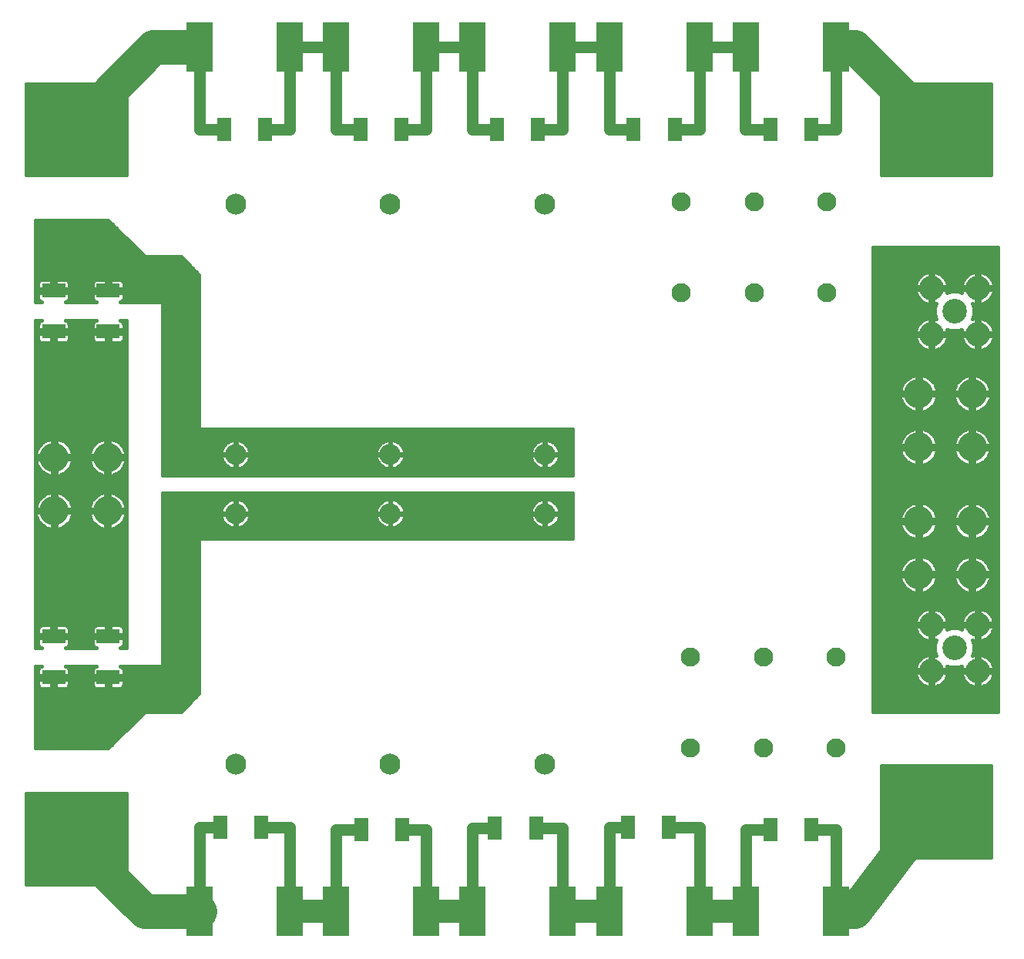
<source format=gm1>
G75*
G70*
%OFA0B0*%
%FSLAX24Y24*%
%IPPOS*%
%LPD*%
%AMOC8*
5,1,8,0,0,1.08239X$1,22.5*
%
%ADD10R,0.1142X0.2126*%
%ADD11C,0.0906*%
%ADD12C,0.1063*%
%ADD13C,0.1260*%
%ADD14R,0.0630X0.0984*%
%ADD15R,0.0984X0.0630*%
%ADD16C,0.0827*%
%ADD17C,0.0160*%
%ADD18R,0.0396X0.0396*%
%ADD19C,0.3937*%
%ADD20C,0.0500*%
%ADD21C,0.1000*%
%ADD22C,0.1500*%
D10*
X009933Y003406D03*
X013831Y003406D03*
X015839Y003406D03*
X019737Y003406D03*
X021744Y003406D03*
X025642Y003406D03*
X027650Y003406D03*
X031548Y003406D03*
X033556Y003406D03*
X037453Y003406D03*
X037453Y040808D03*
X033556Y040808D03*
X031548Y040808D03*
X027650Y040808D03*
X025642Y040808D03*
X021744Y040808D03*
X019737Y040808D03*
X015839Y040808D03*
X013831Y040808D03*
X009933Y040808D03*
D11*
X011489Y034017D03*
X018181Y034017D03*
X024874Y034017D03*
X024874Y023190D03*
X024874Y020631D03*
X018181Y020631D03*
X018181Y023190D03*
X011489Y023190D03*
X011489Y020631D03*
X011489Y009804D03*
X018181Y009804D03*
X024874Y009804D03*
D12*
X041591Y013824D03*
X042591Y014824D03*
X043591Y015824D03*
X043591Y013824D03*
X041591Y015824D03*
X041591Y028391D03*
X042591Y029391D03*
X043591Y030391D03*
X041591Y030391D03*
X043591Y028391D03*
D13*
X043353Y025822D03*
X041042Y025822D03*
X041042Y023511D03*
X043353Y023511D03*
X043353Y020310D03*
X043353Y017999D03*
X041042Y017999D03*
X041042Y020310D03*
X040648Y008893D03*
X042959Y008893D03*
X042959Y006581D03*
X040648Y006581D03*
X040648Y036109D03*
X040648Y038420D03*
X042959Y038420D03*
X042959Y036109D03*
X005951Y023066D03*
X003640Y023066D03*
X003640Y020755D03*
X005951Y020755D03*
X005557Y007711D03*
X003246Y007711D03*
X003246Y005400D03*
X005557Y005400D03*
X005557Y036109D03*
X003246Y036109D03*
X003246Y038420D03*
X005557Y038420D03*
D14*
X010996Y037265D03*
X012768Y037265D03*
X016902Y037265D03*
X018674Y037265D03*
X022807Y037265D03*
X024579Y037265D03*
X028713Y037265D03*
X030485Y037265D03*
X034619Y037265D03*
X036390Y037265D03*
X036390Y006950D03*
X034619Y006950D03*
X030244Y007056D03*
X028473Y007056D03*
X024485Y007013D03*
X022713Y007013D03*
X018689Y006938D03*
X016918Y006938D03*
X012607Y007056D03*
X010835Y007056D03*
D15*
X005977Y013544D03*
X005977Y015316D03*
X003615Y015316D03*
X003615Y013544D03*
X003615Y028505D03*
X003615Y030276D03*
X005977Y030276D03*
X005977Y028505D03*
D16*
X030780Y030178D03*
X033930Y030178D03*
X037079Y030178D03*
X037079Y034115D03*
X033930Y034115D03*
X030780Y034115D03*
X031174Y014430D03*
X034323Y014430D03*
X037473Y014430D03*
X037473Y010493D03*
X034323Y010493D03*
X031174Y010493D03*
D17*
X002433Y008524D02*
X002433Y004587D01*
X006764Y004587D01*
X006764Y008524D01*
X002433Y008524D01*
X002433Y008417D02*
X006764Y008417D01*
X006764Y008258D02*
X002433Y008258D01*
X002433Y008100D02*
X006764Y008100D01*
X006764Y007941D02*
X002433Y007941D01*
X002433Y007783D02*
X006764Y007783D01*
X006764Y007624D02*
X002433Y007624D01*
X002433Y007466D02*
X006764Y007466D01*
X006764Y007307D02*
X002433Y007307D01*
X002433Y007149D02*
X006764Y007149D01*
X006764Y006990D02*
X002433Y006990D01*
X002433Y006832D02*
X006764Y006832D01*
X006764Y006673D02*
X002433Y006673D01*
X002433Y006515D02*
X006764Y006515D01*
X006764Y006356D02*
X002433Y006356D01*
X002433Y006198D02*
X006764Y006198D01*
X006764Y006039D02*
X002433Y006039D01*
X002433Y005881D02*
X006764Y005881D01*
X006764Y005722D02*
X002433Y005722D01*
X002433Y005564D02*
X006764Y005564D01*
X006764Y005405D02*
X002433Y005405D01*
X002433Y005247D02*
X006764Y005247D01*
X006764Y005088D02*
X002433Y005088D01*
X002433Y004930D02*
X006764Y004930D01*
X006764Y004771D02*
X002433Y004771D01*
X002433Y004613D02*
X006764Y004613D01*
X005977Y010493D02*
X002827Y010493D01*
X002827Y014036D01*
X003088Y014036D01*
X003053Y014027D01*
X003012Y014003D01*
X002978Y013970D01*
X002955Y013929D01*
X002942Y013883D01*
X002942Y013622D01*
X003537Y013622D01*
X003537Y013467D01*
X002942Y013467D01*
X002942Y013205D01*
X002955Y013160D01*
X002978Y013119D01*
X003012Y013085D01*
X003053Y013061D01*
X003099Y013049D01*
X003537Y013049D01*
X003537Y013467D01*
X003692Y013467D01*
X003692Y013622D01*
X004287Y013622D01*
X004287Y013883D01*
X004274Y013929D01*
X004251Y013970D01*
X004217Y014003D01*
X004176Y014027D01*
X004141Y014036D01*
X005450Y014036D01*
X005415Y014027D01*
X005374Y014003D01*
X005341Y013970D01*
X005317Y013929D01*
X005305Y013883D01*
X005305Y013622D01*
X005899Y013622D01*
X005899Y013467D01*
X005305Y013467D01*
X005305Y013205D01*
X005317Y013160D01*
X005341Y013119D01*
X005374Y013085D01*
X005415Y013061D01*
X005461Y013049D01*
X005899Y013049D01*
X005899Y013467D01*
X006054Y013467D01*
X006054Y013622D01*
X006649Y013622D01*
X006649Y013883D01*
X006637Y013929D01*
X006613Y013970D01*
X006579Y014003D01*
X006538Y014027D01*
X006503Y014036D01*
X008339Y014036D01*
X008339Y021517D01*
X026056Y021517D01*
X026056Y019548D01*
X009914Y019548D01*
X009914Y012855D01*
X009126Y012068D01*
X007552Y012068D01*
X005977Y010493D01*
X006120Y010636D02*
X002827Y010636D01*
X002827Y010794D02*
X006278Y010794D01*
X006437Y010953D02*
X002827Y010953D01*
X002827Y011111D02*
X006595Y011111D01*
X006754Y011270D02*
X002827Y011270D01*
X002827Y011428D02*
X006912Y011428D01*
X007071Y011587D02*
X002827Y011587D01*
X002827Y011745D02*
X007229Y011745D01*
X007388Y011904D02*
X002827Y011904D01*
X002827Y012062D02*
X007546Y012062D01*
X006579Y013085D02*
X006613Y013119D01*
X006637Y013160D01*
X006649Y013205D01*
X006649Y013467D01*
X006054Y013467D01*
X006054Y013049D01*
X006493Y013049D01*
X006538Y013061D01*
X006579Y013085D01*
X006640Y013172D02*
X009914Y013172D01*
X009914Y013330D02*
X006649Y013330D01*
X006649Y013647D02*
X009914Y013647D01*
X009914Y013489D02*
X006054Y013489D01*
X005899Y013489D02*
X003692Y013489D01*
X003692Y013467D02*
X004287Y013467D01*
X004287Y013205D01*
X004274Y013160D01*
X004251Y013119D01*
X004217Y013085D01*
X004176Y013061D01*
X004130Y013049D01*
X003692Y013049D01*
X003692Y013467D01*
X003692Y013330D02*
X003537Y013330D01*
X003537Y013172D02*
X003692Y013172D01*
X003537Y013489D02*
X002827Y013489D01*
X002827Y013647D02*
X002942Y013647D01*
X002942Y013806D02*
X002827Y013806D01*
X002827Y013964D02*
X002975Y013964D01*
X002942Y013330D02*
X002827Y013330D01*
X002827Y013172D02*
X002951Y013172D01*
X002827Y013013D02*
X009914Y013013D01*
X009914Y012855D02*
X002827Y012855D01*
X002827Y012696D02*
X009755Y012696D01*
X009597Y012538D02*
X002827Y012538D01*
X002827Y012379D02*
X009438Y012379D01*
X009280Y012221D02*
X002827Y012221D01*
X004278Y013172D02*
X005314Y013172D01*
X005305Y013330D02*
X004287Y013330D01*
X004287Y013647D02*
X005305Y013647D01*
X005305Y013806D02*
X004287Y013806D01*
X004254Y013964D02*
X005338Y013964D01*
X005899Y013330D02*
X006054Y013330D01*
X006054Y013172D02*
X005899Y013172D01*
X006649Y013806D02*
X009914Y013806D01*
X009914Y013964D02*
X006616Y013964D01*
X006503Y014824D02*
X006538Y014833D01*
X006579Y014857D01*
X006613Y014890D01*
X006637Y014931D01*
X006649Y014977D01*
X006649Y015238D01*
X006054Y015238D01*
X006054Y015393D01*
X005899Y015393D01*
X005899Y015238D01*
X005305Y015238D01*
X005305Y014977D01*
X005317Y014931D01*
X005341Y014890D01*
X005374Y014857D01*
X005415Y014833D01*
X005450Y014824D01*
X004141Y014824D01*
X004176Y014833D01*
X004217Y014857D01*
X004251Y014890D01*
X004274Y014931D01*
X004287Y014977D01*
X004287Y015238D01*
X003692Y015238D01*
X003692Y015393D01*
X004287Y015393D01*
X004287Y015654D01*
X004274Y015700D01*
X004251Y015741D01*
X004217Y015775D01*
X004176Y015798D01*
X004130Y015811D01*
X003692Y015811D01*
X003692Y015393D01*
X003537Y015393D01*
X003537Y015238D01*
X002942Y015238D01*
X002942Y014977D01*
X002955Y014931D01*
X002978Y014890D01*
X003012Y014857D01*
X003053Y014833D01*
X003088Y014824D01*
X002827Y014824D01*
X002827Y028997D01*
X003088Y028997D01*
X003053Y028987D01*
X003012Y028964D01*
X002978Y028930D01*
X002955Y028889D01*
X002942Y028843D01*
X002942Y028582D01*
X003537Y028582D01*
X003537Y028427D01*
X003692Y028427D01*
X003692Y028010D01*
X004130Y028010D01*
X004176Y028022D01*
X004217Y028046D01*
X004251Y028079D01*
X004274Y028120D01*
X004287Y028166D01*
X004287Y028427D01*
X003692Y028427D01*
X003692Y028582D01*
X004287Y028582D01*
X004287Y028843D01*
X004274Y028889D01*
X004251Y028930D01*
X004217Y028964D01*
X004176Y028987D01*
X004141Y028997D01*
X005450Y028997D01*
X005415Y028987D01*
X005374Y028964D01*
X005341Y028930D01*
X005317Y028889D01*
X005305Y028843D01*
X005305Y028582D01*
X005899Y028582D01*
X005899Y028427D01*
X006054Y028427D01*
X006054Y028010D01*
X006493Y028010D01*
X006538Y028022D01*
X006579Y028046D01*
X006613Y028079D01*
X006637Y028120D01*
X006649Y028166D01*
X006649Y028427D01*
X006054Y028427D01*
X006054Y028582D01*
X006649Y028582D01*
X006649Y028843D01*
X006637Y028889D01*
X006613Y028930D01*
X006579Y028964D01*
X006538Y028987D01*
X006503Y028997D01*
X006764Y028997D01*
X006764Y014824D01*
X006503Y014824D01*
X006627Y014915D02*
X006764Y014915D01*
X006764Y015074D02*
X006649Y015074D01*
X006649Y015232D02*
X006764Y015232D01*
X006764Y015391D02*
X006054Y015391D01*
X006054Y015393D02*
X006649Y015393D01*
X006649Y015654D01*
X006637Y015700D01*
X006613Y015741D01*
X006579Y015775D01*
X006538Y015798D01*
X006493Y015811D01*
X006054Y015811D01*
X006054Y015393D01*
X005899Y015393D02*
X005899Y015811D01*
X005461Y015811D01*
X005415Y015798D01*
X005374Y015775D01*
X005341Y015741D01*
X005317Y015700D01*
X005305Y015654D01*
X005305Y015393D01*
X005899Y015393D01*
X005899Y015391D02*
X003692Y015391D01*
X003537Y015391D02*
X002827Y015391D01*
X002942Y015393D02*
X003537Y015393D01*
X003537Y015811D01*
X003099Y015811D01*
X003053Y015798D01*
X003012Y015775D01*
X002978Y015741D01*
X002955Y015700D01*
X002942Y015654D01*
X002942Y015393D01*
X002942Y015549D02*
X002827Y015549D01*
X002827Y015708D02*
X002959Y015708D01*
X002827Y015866D02*
X006764Y015866D01*
X006764Y015708D02*
X006632Y015708D01*
X006649Y015549D02*
X006764Y015549D01*
X006764Y016025D02*
X002827Y016025D01*
X002827Y016183D02*
X006764Y016183D01*
X006764Y016342D02*
X002827Y016342D01*
X002827Y016500D02*
X006764Y016500D01*
X006764Y016659D02*
X002827Y016659D01*
X002827Y016817D02*
X006764Y016817D01*
X006764Y016976D02*
X002827Y016976D01*
X002827Y017134D02*
X006764Y017134D01*
X006764Y017293D02*
X002827Y017293D01*
X002827Y017451D02*
X006764Y017451D01*
X006764Y017610D02*
X002827Y017610D01*
X002827Y017768D02*
X006764Y017768D01*
X006764Y017927D02*
X002827Y017927D01*
X002827Y018085D02*
X006764Y018085D01*
X006764Y018244D02*
X002827Y018244D01*
X002827Y018402D02*
X006764Y018402D01*
X006764Y018561D02*
X002827Y018561D01*
X002827Y018719D02*
X006764Y018719D01*
X006764Y018878D02*
X002827Y018878D01*
X002827Y019036D02*
X006764Y019036D01*
X006764Y019195D02*
X002827Y019195D01*
X002827Y019353D02*
X006764Y019353D01*
X006764Y019512D02*
X002827Y019512D01*
X002827Y019670D02*
X006764Y019670D01*
X006764Y019829D02*
X002827Y019829D01*
X002827Y019987D02*
X003376Y019987D01*
X003379Y019986D02*
X003482Y019959D01*
X003560Y019948D01*
X003560Y020675D01*
X002834Y020675D01*
X002844Y020596D01*
X002872Y020494D01*
X002912Y020396D01*
X002965Y020304D01*
X003030Y020220D01*
X003105Y020144D01*
X003189Y020080D01*
X003281Y020027D01*
X003379Y019986D01*
X003560Y019987D02*
X003720Y019987D01*
X003720Y019948D02*
X003799Y019959D01*
X003901Y019986D01*
X003999Y020027D01*
X004091Y020080D01*
X004175Y020144D01*
X004250Y020220D01*
X004315Y020304D01*
X004368Y020396D01*
X004409Y020494D01*
X004436Y020596D01*
X004447Y020675D01*
X003720Y020675D01*
X003720Y020835D01*
X003560Y020835D01*
X003560Y021561D01*
X003482Y021551D01*
X003379Y021523D01*
X003281Y021483D01*
X003189Y021430D01*
X003105Y021365D01*
X003030Y021290D01*
X002965Y021206D01*
X002912Y021114D01*
X002872Y021016D01*
X002844Y020913D01*
X002834Y020835D01*
X003560Y020835D01*
X003560Y020675D01*
X003720Y020675D01*
X003720Y019948D01*
X003904Y019987D02*
X005687Y019987D01*
X005690Y019986D02*
X005793Y019959D01*
X005871Y019948D01*
X005871Y020675D01*
X005145Y020675D01*
X005155Y020596D01*
X005183Y020494D01*
X005223Y020396D01*
X005276Y020304D01*
X005341Y020220D01*
X005416Y020144D01*
X005500Y020080D01*
X005592Y020027D01*
X005690Y019986D01*
X005871Y019987D02*
X006031Y019987D01*
X006031Y019948D02*
X006110Y019959D01*
X006212Y019986D01*
X006310Y020027D01*
X006402Y020080D01*
X006486Y020144D01*
X006561Y020220D01*
X006626Y020304D01*
X006679Y020396D01*
X006720Y020494D01*
X006747Y020596D01*
X006758Y020675D01*
X006031Y020675D01*
X006031Y020835D01*
X005871Y020835D01*
X005871Y021561D01*
X005793Y021551D01*
X005690Y021523D01*
X005592Y021483D01*
X005500Y021430D01*
X005416Y021365D01*
X005341Y021290D01*
X005276Y021206D01*
X005223Y021114D01*
X005183Y021016D01*
X005155Y020913D01*
X005145Y020835D01*
X005871Y020835D01*
X005871Y020675D01*
X006031Y020675D01*
X006031Y019948D01*
X006215Y019987D02*
X006764Y019987D01*
X006764Y020146D02*
X006488Y020146D01*
X006626Y020304D02*
X006764Y020304D01*
X006764Y020463D02*
X006707Y020463D01*
X006751Y020621D02*
X006764Y020621D01*
X006764Y020780D02*
X006031Y020780D01*
X006031Y020835D02*
X006758Y020835D01*
X006747Y020913D01*
X006720Y021016D01*
X006679Y021114D01*
X006626Y021206D01*
X006561Y021290D01*
X006486Y021365D01*
X006402Y021430D01*
X006310Y021483D01*
X006212Y021523D01*
X006110Y021551D01*
X006031Y021561D01*
X006031Y020835D01*
X006031Y020938D02*
X005871Y020938D01*
X005871Y020780D02*
X003720Y020780D01*
X003720Y020835D02*
X004447Y020835D01*
X004436Y020913D01*
X004409Y021016D01*
X004368Y021114D01*
X004315Y021206D01*
X004250Y021290D01*
X004175Y021365D01*
X004091Y021430D01*
X003999Y021483D01*
X003901Y021523D01*
X003799Y021551D01*
X003720Y021561D01*
X003720Y020835D01*
X003720Y020938D02*
X003560Y020938D01*
X003560Y020780D02*
X002827Y020780D01*
X002827Y020938D02*
X002851Y020938D01*
X002827Y021097D02*
X002905Y021097D01*
X002827Y021255D02*
X003003Y021255D01*
X003169Y021414D02*
X002827Y021414D01*
X002827Y021572D02*
X006764Y021572D01*
X006764Y021414D02*
X006423Y021414D01*
X006588Y021255D02*
X006764Y021255D01*
X006764Y021097D02*
X006686Y021097D01*
X006740Y020938D02*
X006764Y020938D01*
X006764Y021731D02*
X002827Y021731D01*
X002827Y021889D02*
X006764Y021889D01*
X006764Y022048D02*
X002827Y022048D01*
X002827Y022206D02*
X006764Y022206D01*
X006764Y022365D02*
X006357Y022365D01*
X006402Y022391D02*
X006486Y022456D01*
X006561Y022531D01*
X006626Y022615D01*
X006679Y022707D01*
X006720Y022805D01*
X006747Y022907D01*
X006758Y022986D01*
X006031Y022986D01*
X006031Y023146D01*
X005871Y023146D01*
X005871Y023872D01*
X005793Y023862D01*
X005690Y023834D01*
X005592Y023794D01*
X005500Y023741D01*
X005416Y023676D01*
X005341Y023601D01*
X005276Y023517D01*
X005223Y023425D01*
X005183Y023327D01*
X005155Y023224D01*
X005145Y023146D01*
X005871Y023146D01*
X005871Y022986D01*
X005145Y022986D01*
X005155Y022907D01*
X005183Y022805D01*
X005223Y022707D01*
X005276Y022615D01*
X005341Y022531D01*
X005416Y022456D01*
X005500Y022391D01*
X005592Y022338D01*
X005690Y022297D01*
X005793Y022270D01*
X005871Y022259D01*
X005871Y022986D01*
X006031Y022986D01*
X006031Y022259D01*
X006110Y022270D01*
X006212Y022297D01*
X006310Y022338D01*
X006402Y022391D01*
X006554Y022523D02*
X006764Y022523D01*
X006764Y022682D02*
X006665Y022682D01*
X006729Y022840D02*
X006764Y022840D01*
X006764Y022999D02*
X006031Y022999D01*
X006031Y023146D02*
X006758Y023146D01*
X006747Y023224D01*
X006720Y023327D01*
X006679Y023425D01*
X006626Y023517D01*
X006561Y023601D01*
X006486Y023676D01*
X006402Y023741D01*
X006310Y023794D01*
X006212Y023834D01*
X006110Y023862D01*
X006031Y023872D01*
X006031Y023146D01*
X006031Y023157D02*
X005871Y023157D01*
X005871Y022999D02*
X003720Y022999D01*
X003720Y022986D02*
X003720Y023146D01*
X003560Y023146D01*
X003560Y023872D01*
X003482Y023862D01*
X003379Y023834D01*
X003281Y023794D01*
X003189Y023741D01*
X003105Y023676D01*
X003030Y023601D01*
X002965Y023517D01*
X002912Y023425D01*
X002872Y023327D01*
X002844Y023224D01*
X002834Y023146D01*
X003560Y023146D01*
X003560Y022986D01*
X002834Y022986D01*
X002844Y022907D01*
X002872Y022805D01*
X002912Y022707D01*
X002965Y022615D01*
X003030Y022531D01*
X003105Y022456D01*
X003189Y022391D01*
X003281Y022338D01*
X003379Y022297D01*
X003482Y022270D01*
X003560Y022259D01*
X003560Y022986D01*
X003720Y022986D01*
X004447Y022986D01*
X004436Y022907D01*
X004409Y022805D01*
X004368Y022707D01*
X004315Y022615D01*
X004250Y022531D01*
X004175Y022456D01*
X004091Y022391D01*
X003999Y022338D01*
X003901Y022297D01*
X003799Y022270D01*
X003720Y022259D01*
X003720Y022986D01*
X003720Y022840D02*
X003560Y022840D01*
X003560Y022682D02*
X003720Y022682D01*
X003720Y022523D02*
X003560Y022523D01*
X003560Y022365D02*
X003720Y022365D01*
X004046Y022365D02*
X005545Y022365D01*
X005348Y022523D02*
X004243Y022523D01*
X004354Y022682D02*
X005238Y022682D01*
X005173Y022840D02*
X004418Y022840D01*
X004447Y023146D02*
X003720Y023146D01*
X003720Y023872D01*
X003799Y023862D01*
X003901Y023834D01*
X003999Y023794D01*
X004091Y023741D01*
X004175Y023676D01*
X004250Y023601D01*
X004315Y023517D01*
X004368Y023425D01*
X004409Y023327D01*
X004436Y023224D01*
X004447Y023146D01*
X004445Y023157D02*
X005146Y023157D01*
X005180Y023316D02*
X004412Y023316D01*
X004339Y023474D02*
X005252Y023474D01*
X005373Y023633D02*
X004218Y023633D01*
X004003Y023791D02*
X005588Y023791D01*
X005871Y023791D02*
X006031Y023791D01*
X006031Y023633D02*
X005871Y023633D01*
X005871Y023474D02*
X006031Y023474D01*
X006031Y023316D02*
X005871Y023316D01*
X005871Y022840D02*
X006031Y022840D01*
X006031Y022682D02*
X005871Y022682D01*
X005871Y022523D02*
X006031Y022523D01*
X006031Y022365D02*
X005871Y022365D01*
X005871Y021414D02*
X006031Y021414D01*
X006031Y021255D02*
X005871Y021255D01*
X005871Y021097D02*
X006031Y021097D01*
X006031Y020621D02*
X005871Y020621D01*
X005871Y020463D02*
X006031Y020463D01*
X006031Y020304D02*
X005871Y020304D01*
X005871Y020146D02*
X006031Y020146D01*
X005415Y020146D02*
X004177Y020146D01*
X004315Y020304D02*
X005276Y020304D01*
X005195Y020463D02*
X004396Y020463D01*
X004440Y020621D02*
X005152Y020621D01*
X005162Y020938D02*
X004429Y020938D01*
X004375Y021097D02*
X005216Y021097D01*
X005315Y021255D02*
X004277Y021255D01*
X004112Y021414D02*
X005480Y021414D01*
X003720Y021414D02*
X003560Y021414D01*
X003560Y021255D02*
X003720Y021255D01*
X003720Y021097D02*
X003560Y021097D01*
X003560Y020621D02*
X003720Y020621D01*
X003720Y020463D02*
X003560Y020463D01*
X003560Y020304D02*
X003720Y020304D01*
X003720Y020146D02*
X003560Y020146D01*
X003104Y020146D02*
X002827Y020146D01*
X002827Y020304D02*
X002965Y020304D01*
X002884Y020463D02*
X002827Y020463D01*
X002827Y020621D02*
X002841Y020621D01*
X002827Y022365D02*
X003234Y022365D01*
X003037Y022523D02*
X002827Y022523D01*
X002827Y022682D02*
X002927Y022682D01*
X002862Y022840D02*
X002827Y022840D01*
X002827Y022999D02*
X003560Y022999D01*
X003560Y023157D02*
X003720Y023157D01*
X003720Y023316D02*
X003560Y023316D01*
X003560Y023474D02*
X003720Y023474D01*
X003720Y023633D02*
X003560Y023633D01*
X003560Y023791D02*
X003720Y023791D01*
X003277Y023791D02*
X002827Y023791D01*
X002827Y023633D02*
X003062Y023633D01*
X002941Y023474D02*
X002827Y023474D01*
X002827Y023316D02*
X002869Y023316D01*
X002835Y023157D02*
X002827Y023157D01*
X002827Y023950D02*
X006764Y023950D01*
X006764Y024108D02*
X002827Y024108D01*
X002827Y024267D02*
X006764Y024267D01*
X006764Y024425D02*
X002827Y024425D01*
X002827Y024584D02*
X006764Y024584D01*
X006764Y024742D02*
X002827Y024742D01*
X002827Y024901D02*
X006764Y024901D01*
X006764Y025059D02*
X002827Y025059D01*
X002827Y025218D02*
X006764Y025218D01*
X006764Y025376D02*
X002827Y025376D01*
X002827Y025535D02*
X006764Y025535D01*
X006764Y025693D02*
X002827Y025693D01*
X002827Y025852D02*
X006764Y025852D01*
X006764Y026010D02*
X002827Y026010D01*
X002827Y026169D02*
X006764Y026169D01*
X006764Y026327D02*
X002827Y026327D01*
X002827Y026486D02*
X006764Y026486D01*
X006764Y026644D02*
X002827Y026644D01*
X002827Y026803D02*
X006764Y026803D01*
X006764Y026961D02*
X002827Y026961D01*
X002827Y027120D02*
X006764Y027120D01*
X006764Y027278D02*
X002827Y027278D01*
X002827Y027437D02*
X006764Y027437D01*
X006764Y027595D02*
X002827Y027595D01*
X002827Y027754D02*
X006764Y027754D01*
X006764Y027912D02*
X002827Y027912D01*
X002827Y028071D02*
X002987Y028071D01*
X002978Y028079D02*
X003012Y028046D01*
X003053Y028022D01*
X003099Y028010D01*
X003537Y028010D01*
X003537Y028427D01*
X002942Y028427D01*
X002942Y028166D01*
X002955Y028120D01*
X002978Y028079D01*
X002942Y028229D02*
X002827Y028229D01*
X002827Y028388D02*
X002942Y028388D01*
X002827Y028546D02*
X003537Y028546D01*
X003692Y028546D02*
X005899Y028546D01*
X005899Y028427D02*
X005305Y028427D01*
X005305Y028166D01*
X005317Y028120D01*
X005341Y028079D01*
X005374Y028046D01*
X005415Y028022D01*
X005461Y028010D01*
X005899Y028010D01*
X005899Y028427D01*
X005899Y028388D02*
X006054Y028388D01*
X006054Y028546D02*
X006764Y028546D01*
X006764Y028388D02*
X006649Y028388D01*
X006649Y028229D02*
X006764Y028229D01*
X006764Y028071D02*
X006605Y028071D01*
X006054Y028071D02*
X005899Y028071D01*
X005899Y028229D02*
X006054Y028229D01*
X005349Y028071D02*
X004242Y028071D01*
X004287Y028229D02*
X005305Y028229D01*
X005305Y028388D02*
X004287Y028388D01*
X004287Y028705D02*
X005305Y028705D01*
X005310Y028863D02*
X004281Y028863D01*
X003692Y028388D02*
X003537Y028388D01*
X003537Y028229D02*
X003692Y028229D01*
X003692Y028071D02*
X003537Y028071D01*
X002942Y028705D02*
X002827Y028705D01*
X002827Y028863D02*
X002948Y028863D01*
X002827Y029784D02*
X002827Y033328D01*
X005977Y033328D01*
X007552Y031753D01*
X009126Y031753D01*
X009914Y030965D01*
X009914Y024272D01*
X026056Y024272D01*
X026056Y022304D01*
X008339Y022304D01*
X008339Y029784D01*
X006503Y029784D01*
X006538Y029794D01*
X006579Y029817D01*
X006613Y029851D01*
X006637Y029892D01*
X006649Y029938D01*
X006649Y030199D01*
X006054Y030199D01*
X006054Y030354D01*
X005899Y030354D01*
X005899Y030199D01*
X005305Y030199D01*
X005305Y029938D01*
X005317Y029892D01*
X005341Y029851D01*
X005374Y029817D01*
X005415Y029794D01*
X005450Y029784D01*
X004141Y029784D01*
X004176Y029794D01*
X004217Y029817D01*
X004251Y029851D01*
X004274Y029892D01*
X004287Y029938D01*
X004287Y030199D01*
X003692Y030199D01*
X003692Y030354D01*
X003537Y030354D01*
X003537Y030771D01*
X003099Y030771D01*
X003053Y030759D01*
X003012Y030735D01*
X002978Y030702D01*
X002955Y030661D01*
X002942Y030615D01*
X002942Y030354D01*
X003537Y030354D01*
X003537Y030199D01*
X002942Y030199D01*
X002942Y029938D01*
X002955Y029892D01*
X002978Y029851D01*
X003012Y029817D01*
X003053Y029794D01*
X003088Y029784D01*
X002827Y029784D01*
X002827Y029814D02*
X003017Y029814D01*
X002942Y029973D02*
X002827Y029973D01*
X002827Y030131D02*
X002942Y030131D01*
X002827Y030290D02*
X003537Y030290D01*
X003692Y030290D02*
X005899Y030290D01*
X005899Y030354D02*
X005305Y030354D01*
X005305Y030615D01*
X005317Y030661D01*
X005341Y030702D01*
X005374Y030735D01*
X005415Y030759D01*
X005461Y030771D01*
X005899Y030771D01*
X005899Y030354D01*
X005899Y030448D02*
X006054Y030448D01*
X006054Y030354D02*
X006054Y030771D01*
X006493Y030771D01*
X006538Y030759D01*
X006579Y030735D01*
X006613Y030702D01*
X006637Y030661D01*
X006649Y030615D01*
X006649Y030354D01*
X006054Y030354D01*
X006054Y030290D02*
X009914Y030290D01*
X009914Y030448D02*
X006649Y030448D01*
X006649Y030607D02*
X009914Y030607D01*
X009914Y030765D02*
X006515Y030765D01*
X006054Y030765D02*
X005899Y030765D01*
X005899Y030607D02*
X006054Y030607D01*
X005439Y030765D02*
X004152Y030765D01*
X004130Y030771D02*
X003692Y030771D01*
X003692Y030354D01*
X004287Y030354D01*
X004287Y030615D01*
X004274Y030661D01*
X004251Y030702D01*
X004217Y030735D01*
X004176Y030759D01*
X004130Y030771D01*
X004287Y030607D02*
X005305Y030607D01*
X005305Y030448D02*
X004287Y030448D01*
X004287Y030131D02*
X005305Y030131D01*
X005305Y029973D02*
X004287Y029973D01*
X004212Y029814D02*
X005379Y029814D01*
X006574Y029814D02*
X009914Y029814D01*
X009914Y029656D02*
X008339Y029656D01*
X008339Y029497D02*
X009914Y029497D01*
X009914Y029339D02*
X008339Y029339D01*
X008339Y029180D02*
X009914Y029180D01*
X009914Y029022D02*
X008339Y029022D01*
X008339Y028863D02*
X009914Y028863D01*
X009914Y028705D02*
X008339Y028705D01*
X008339Y028546D02*
X009914Y028546D01*
X009914Y028388D02*
X008339Y028388D01*
X008339Y028229D02*
X009914Y028229D01*
X009914Y028071D02*
X008339Y028071D01*
X008339Y027912D02*
X009914Y027912D01*
X009914Y027754D02*
X008339Y027754D01*
X008339Y027595D02*
X009914Y027595D01*
X009914Y027437D02*
X008339Y027437D01*
X008339Y027278D02*
X009914Y027278D01*
X009914Y027120D02*
X008339Y027120D01*
X008339Y026961D02*
X009914Y026961D01*
X009914Y026803D02*
X008339Y026803D01*
X008339Y026644D02*
X009914Y026644D01*
X009914Y026486D02*
X008339Y026486D01*
X008339Y026327D02*
X009914Y026327D01*
X009914Y026169D02*
X008339Y026169D01*
X008339Y026010D02*
X009914Y026010D01*
X009914Y025852D02*
X008339Y025852D01*
X008339Y025693D02*
X009914Y025693D01*
X009914Y025535D02*
X008339Y025535D01*
X008339Y025376D02*
X009914Y025376D01*
X009914Y025218D02*
X008339Y025218D01*
X008339Y025059D02*
X009914Y025059D01*
X009914Y024901D02*
X008339Y024901D01*
X008339Y024742D02*
X009914Y024742D01*
X009914Y024584D02*
X008339Y024584D01*
X008339Y024425D02*
X009914Y024425D01*
X011006Y023602D02*
X010947Y023521D01*
X010902Y023433D01*
X010871Y023338D01*
X010856Y023240D01*
X010856Y023218D01*
X011460Y023218D01*
X011460Y023161D01*
X011517Y023161D01*
X011517Y022557D01*
X011538Y022557D01*
X011637Y022573D01*
X011731Y022603D01*
X011820Y022649D01*
X011901Y022707D01*
X011971Y022778D01*
X012030Y022858D01*
X012075Y022947D01*
X012106Y023042D01*
X012121Y023140D01*
X012121Y023161D01*
X011517Y023161D01*
X011517Y023218D01*
X012121Y023218D01*
X012121Y023240D01*
X012106Y023338D01*
X012075Y023433D01*
X012030Y023521D01*
X011971Y023602D01*
X011901Y023672D01*
X011820Y023731D01*
X011731Y023776D01*
X011637Y023807D01*
X011538Y023823D01*
X011517Y023823D01*
X011517Y023218D01*
X011460Y023218D01*
X011460Y023823D01*
X011439Y023823D01*
X011340Y023807D01*
X011246Y023776D01*
X011157Y023731D01*
X011076Y023672D01*
X011006Y023602D01*
X011037Y023633D02*
X008339Y023633D01*
X008339Y023791D02*
X011293Y023791D01*
X011460Y023791D02*
X011517Y023791D01*
X011517Y023633D02*
X011460Y023633D01*
X011460Y023474D02*
X011517Y023474D01*
X011517Y023316D02*
X011460Y023316D01*
X011460Y023161D02*
X010856Y023161D01*
X010856Y023140D01*
X010871Y023042D01*
X010902Y022947D01*
X010947Y022858D01*
X011006Y022778D01*
X011076Y022707D01*
X011157Y022649D01*
X011246Y022603D01*
X011340Y022573D01*
X011439Y022557D01*
X011460Y022557D01*
X011460Y023161D01*
X011460Y023157D02*
X011517Y023157D01*
X011517Y022999D02*
X011460Y022999D01*
X011460Y022840D02*
X011517Y022840D01*
X011517Y022682D02*
X011460Y022682D01*
X011111Y022682D02*
X008339Y022682D01*
X008339Y022840D02*
X010960Y022840D01*
X010885Y022999D02*
X008339Y022999D01*
X008339Y023157D02*
X010856Y023157D01*
X010868Y023316D02*
X008339Y023316D01*
X008339Y023474D02*
X010923Y023474D01*
X011684Y023791D02*
X017986Y023791D01*
X017939Y023776D02*
X017850Y023731D01*
X017769Y023672D01*
X017699Y023602D01*
X017640Y023521D01*
X017595Y023433D01*
X017564Y023338D01*
X017549Y023240D01*
X017549Y023218D01*
X018153Y023218D01*
X018153Y023161D01*
X018210Y023161D01*
X018210Y022557D01*
X018231Y022557D01*
X018330Y022573D01*
X018424Y022603D01*
X018513Y022649D01*
X018594Y022707D01*
X018664Y022778D01*
X018723Y022858D01*
X018768Y022947D01*
X018799Y023042D01*
X018814Y023140D01*
X018814Y023161D01*
X018210Y023161D01*
X018210Y023218D01*
X018814Y023218D01*
X018814Y023240D01*
X018799Y023338D01*
X018768Y023433D01*
X018723Y023521D01*
X018664Y023602D01*
X018594Y023672D01*
X018513Y023731D01*
X018424Y023776D01*
X018330Y023807D01*
X018231Y023823D01*
X018210Y023823D01*
X018210Y023218D01*
X018153Y023218D01*
X018153Y023823D01*
X018132Y023823D01*
X018033Y023807D01*
X017939Y023776D01*
X018153Y023791D02*
X018210Y023791D01*
X018210Y023633D02*
X018153Y023633D01*
X018153Y023474D02*
X018210Y023474D01*
X018210Y023316D02*
X018153Y023316D01*
X018153Y023161D02*
X017549Y023161D01*
X017549Y023140D01*
X017564Y023042D01*
X017595Y022947D01*
X017640Y022858D01*
X017699Y022778D01*
X017769Y022707D01*
X017850Y022649D01*
X017939Y022603D01*
X018033Y022573D01*
X018132Y022557D01*
X018153Y022557D01*
X018153Y023161D01*
X018153Y023157D02*
X018210Y023157D01*
X018210Y022999D02*
X018153Y022999D01*
X018153Y022840D02*
X018210Y022840D01*
X018210Y022682D02*
X018153Y022682D01*
X017804Y022682D02*
X011866Y022682D01*
X012017Y022840D02*
X017653Y022840D01*
X017578Y022999D02*
X012092Y022999D01*
X012121Y023157D02*
X017549Y023157D01*
X017561Y023316D02*
X012109Y023316D01*
X012054Y023474D02*
X017616Y023474D01*
X017730Y023633D02*
X011940Y023633D01*
X011589Y021255D02*
X018081Y021255D01*
X018033Y021248D02*
X017939Y021217D01*
X017850Y021172D01*
X017769Y021113D01*
X017699Y021043D01*
X017640Y020962D01*
X017595Y020874D01*
X017564Y020779D01*
X017549Y020681D01*
X017549Y020659D01*
X018153Y020659D01*
X018153Y020602D01*
X018210Y020602D01*
X018210Y019998D01*
X018231Y019998D01*
X018330Y020014D01*
X018424Y020044D01*
X018513Y020090D01*
X018594Y020148D01*
X018664Y020218D01*
X018723Y020299D01*
X018768Y020388D01*
X018799Y020483D01*
X018814Y020581D01*
X018814Y020602D01*
X018210Y020602D01*
X018210Y020659D01*
X018814Y020659D01*
X018814Y020681D01*
X018799Y020779D01*
X018768Y020874D01*
X018723Y020962D01*
X018664Y021043D01*
X018594Y021113D01*
X018513Y021172D01*
X018424Y021217D01*
X018330Y021248D01*
X018231Y021263D01*
X018210Y021263D01*
X018210Y020659D01*
X018153Y020659D01*
X018153Y021263D01*
X018132Y021263D01*
X018033Y021248D01*
X018153Y021255D02*
X018210Y021255D01*
X018282Y021255D02*
X024774Y021255D01*
X024726Y021248D02*
X024632Y021217D01*
X024543Y021172D01*
X024462Y021113D01*
X024392Y021043D01*
X024333Y020962D01*
X024288Y020874D01*
X024257Y020779D01*
X024242Y020681D01*
X024242Y020659D01*
X024846Y020659D01*
X024846Y020602D01*
X024903Y020602D01*
X024903Y020659D01*
X025507Y020659D01*
X025507Y020681D01*
X025492Y020779D01*
X025461Y020874D01*
X025416Y020962D01*
X025357Y021043D01*
X025287Y021113D01*
X025206Y021172D01*
X025117Y021217D01*
X025023Y021248D01*
X024924Y021263D01*
X024903Y021263D01*
X024903Y020659D01*
X024846Y020659D01*
X024846Y021263D01*
X024825Y021263D01*
X024726Y021248D01*
X024846Y021255D02*
X024903Y021255D01*
X024975Y021255D02*
X026056Y021255D01*
X026056Y021097D02*
X025303Y021097D01*
X025428Y020938D02*
X026056Y020938D01*
X026056Y020780D02*
X025491Y020780D01*
X025507Y020602D02*
X024903Y020602D01*
X024903Y019998D01*
X024924Y019998D01*
X025023Y020014D01*
X025117Y020044D01*
X025206Y020090D01*
X025287Y020148D01*
X025357Y020218D01*
X025416Y020299D01*
X025461Y020388D01*
X025492Y020483D01*
X025507Y020581D01*
X025507Y020602D01*
X025485Y020463D02*
X026056Y020463D01*
X026056Y020621D02*
X024903Y020621D01*
X024846Y020621D02*
X018210Y020621D01*
X018153Y020621D02*
X011517Y020621D01*
X011517Y020602D02*
X011517Y020659D01*
X012121Y020659D01*
X012121Y020681D01*
X012106Y020779D01*
X012075Y020874D01*
X012030Y020962D01*
X011971Y021043D01*
X011901Y021113D01*
X011820Y021172D01*
X011731Y021217D01*
X011637Y021248D01*
X011538Y021263D01*
X011517Y021263D01*
X011517Y020659D01*
X011460Y020659D01*
X011460Y020602D01*
X011517Y020602D01*
X011517Y019998D01*
X011538Y019998D01*
X011637Y020014D01*
X011731Y020044D01*
X011820Y020090D01*
X011901Y020148D01*
X011971Y020218D01*
X012030Y020299D01*
X012075Y020388D01*
X012106Y020483D01*
X012121Y020581D01*
X012121Y020602D01*
X011517Y020602D01*
X011460Y020602D02*
X011460Y019998D01*
X011439Y019998D01*
X011340Y020014D01*
X011246Y020044D01*
X011157Y020090D01*
X011076Y020148D01*
X011006Y020218D01*
X010947Y020299D01*
X010902Y020388D01*
X010871Y020483D01*
X010856Y020581D01*
X010856Y020602D01*
X011460Y020602D01*
X011460Y020621D02*
X008339Y020621D01*
X008339Y020463D02*
X010878Y020463D01*
X010945Y020304D02*
X008339Y020304D01*
X008339Y020146D02*
X011079Y020146D01*
X011460Y020146D02*
X011517Y020146D01*
X011517Y020304D02*
X011460Y020304D01*
X011460Y020463D02*
X011517Y020463D01*
X011460Y020659D02*
X010856Y020659D01*
X010856Y020681D01*
X010871Y020779D01*
X010902Y020874D01*
X010947Y020962D01*
X011006Y021043D01*
X011076Y021113D01*
X011157Y021172D01*
X011246Y021217D01*
X011340Y021248D01*
X011439Y021263D01*
X011460Y021263D01*
X011460Y020659D01*
X011460Y020780D02*
X011517Y020780D01*
X011517Y020938D02*
X011460Y020938D01*
X011460Y021097D02*
X011517Y021097D01*
X011517Y021255D02*
X011460Y021255D01*
X011388Y021255D02*
X008339Y021255D01*
X008339Y021097D02*
X011060Y021097D01*
X010935Y020938D02*
X008339Y020938D01*
X008339Y020780D02*
X010872Y020780D01*
X011917Y021097D02*
X017753Y021097D01*
X017628Y020938D02*
X012042Y020938D01*
X012105Y020780D02*
X017565Y020780D01*
X017549Y020602D02*
X017549Y020581D01*
X017564Y020483D01*
X017595Y020388D01*
X017640Y020299D01*
X017699Y020218D01*
X017769Y020148D01*
X017850Y020090D01*
X017939Y020044D01*
X018033Y020014D01*
X018132Y019998D01*
X018153Y019998D01*
X018153Y020602D01*
X017549Y020602D01*
X017571Y020463D02*
X012099Y020463D01*
X012032Y020304D02*
X017638Y020304D01*
X017772Y020146D02*
X011898Y020146D01*
X009914Y019512D02*
X008339Y019512D01*
X008339Y019670D02*
X026056Y019670D01*
X026056Y019829D02*
X008339Y019829D01*
X008339Y019987D02*
X026056Y019987D01*
X026056Y020146D02*
X025284Y020146D01*
X025418Y020304D02*
X026056Y020304D01*
X026056Y021414D02*
X008339Y021414D01*
X008339Y022365D02*
X026056Y022365D01*
X026056Y022523D02*
X008339Y022523D01*
X008339Y023950D02*
X026056Y023950D01*
X026056Y024108D02*
X008339Y024108D01*
X008339Y024267D02*
X026056Y024267D01*
X026056Y023791D02*
X025070Y023791D01*
X025117Y023776D02*
X025023Y023807D01*
X024924Y023823D01*
X024903Y023823D01*
X024903Y023218D01*
X025507Y023218D01*
X025507Y023240D01*
X025492Y023338D01*
X025461Y023433D01*
X025416Y023521D01*
X025357Y023602D01*
X025287Y023672D01*
X025206Y023731D01*
X025117Y023776D01*
X024903Y023791D02*
X024846Y023791D01*
X024846Y023823D02*
X024825Y023823D01*
X024726Y023807D01*
X024632Y023776D01*
X024543Y023731D01*
X024462Y023672D01*
X024392Y023602D01*
X024333Y023521D01*
X024288Y023433D01*
X024257Y023338D01*
X024242Y023240D01*
X024242Y023218D01*
X024846Y023218D01*
X024846Y023161D01*
X024903Y023161D01*
X024903Y022557D01*
X024924Y022557D01*
X025023Y022573D01*
X025117Y022603D01*
X025206Y022649D01*
X025287Y022707D01*
X025357Y022778D01*
X025416Y022858D01*
X025461Y022947D01*
X025492Y023042D01*
X025507Y023140D01*
X025507Y023161D01*
X024903Y023161D01*
X024903Y023218D01*
X024846Y023218D01*
X024846Y023823D01*
X024679Y023791D02*
X018377Y023791D01*
X018633Y023633D02*
X024423Y023633D01*
X024309Y023474D02*
X018747Y023474D01*
X018802Y023316D02*
X024254Y023316D01*
X024242Y023161D02*
X024242Y023140D01*
X024257Y023042D01*
X024288Y022947D01*
X024333Y022858D01*
X024392Y022778D01*
X024462Y022707D01*
X024543Y022649D01*
X024632Y022603D01*
X024726Y022573D01*
X024825Y022557D01*
X024846Y022557D01*
X024846Y023161D01*
X024242Y023161D01*
X024242Y023157D02*
X018814Y023157D01*
X018785Y022999D02*
X024271Y022999D01*
X024346Y022840D02*
X018710Y022840D01*
X018559Y022682D02*
X024497Y022682D01*
X024846Y022682D02*
X024903Y022682D01*
X024903Y022840D02*
X024846Y022840D01*
X024846Y022999D02*
X024903Y022999D01*
X024903Y023157D02*
X024846Y023157D01*
X024846Y023316D02*
X024903Y023316D01*
X024903Y023474D02*
X024846Y023474D01*
X024846Y023633D02*
X024903Y023633D01*
X025326Y023633D02*
X026056Y023633D01*
X026056Y023474D02*
X025440Y023474D01*
X025495Y023316D02*
X026056Y023316D01*
X026056Y023157D02*
X025507Y023157D01*
X025478Y022999D02*
X026056Y022999D01*
X026056Y022840D02*
X025403Y022840D01*
X025252Y022682D02*
X026056Y022682D01*
X024903Y021097D02*
X024846Y021097D01*
X024846Y020938D02*
X024903Y020938D01*
X024903Y020780D02*
X024846Y020780D01*
X024846Y020602D02*
X024242Y020602D01*
X024242Y020581D01*
X024257Y020483D01*
X024288Y020388D01*
X024333Y020299D01*
X024392Y020218D01*
X024462Y020148D01*
X024543Y020090D01*
X024632Y020044D01*
X024726Y020014D01*
X024825Y019998D01*
X024846Y019998D01*
X024846Y020602D01*
X024846Y020463D02*
X024903Y020463D01*
X024903Y020304D02*
X024846Y020304D01*
X024846Y020146D02*
X024903Y020146D01*
X024465Y020146D02*
X018591Y020146D01*
X018725Y020304D02*
X024331Y020304D01*
X024264Y020463D02*
X018792Y020463D01*
X018798Y020780D02*
X024258Y020780D01*
X024321Y020938D02*
X018735Y020938D01*
X018610Y021097D02*
X024446Y021097D01*
X018210Y021097D02*
X018153Y021097D01*
X018153Y020938D02*
X018210Y020938D01*
X018210Y020780D02*
X018153Y020780D01*
X018153Y020463D02*
X018210Y020463D01*
X018210Y020304D02*
X018153Y020304D01*
X018153Y020146D02*
X018210Y020146D01*
X009914Y019353D02*
X008339Y019353D01*
X008339Y019195D02*
X009914Y019195D01*
X009914Y019036D02*
X008339Y019036D01*
X008339Y018878D02*
X009914Y018878D01*
X009914Y018719D02*
X008339Y018719D01*
X008339Y018561D02*
X009914Y018561D01*
X009914Y018402D02*
X008339Y018402D01*
X008339Y018244D02*
X009914Y018244D01*
X009914Y018085D02*
X008339Y018085D01*
X008339Y017927D02*
X009914Y017927D01*
X009914Y017768D02*
X008339Y017768D01*
X008339Y017610D02*
X009914Y017610D01*
X009914Y017451D02*
X008339Y017451D01*
X008339Y017293D02*
X009914Y017293D01*
X009914Y017134D02*
X008339Y017134D01*
X008339Y016976D02*
X009914Y016976D01*
X009914Y016817D02*
X008339Y016817D01*
X008339Y016659D02*
X009914Y016659D01*
X009914Y016500D02*
X008339Y016500D01*
X008339Y016342D02*
X009914Y016342D01*
X009914Y016183D02*
X008339Y016183D01*
X008339Y016025D02*
X009914Y016025D01*
X009914Y015866D02*
X008339Y015866D01*
X008339Y015708D02*
X009914Y015708D01*
X009914Y015549D02*
X008339Y015549D01*
X008339Y015391D02*
X009914Y015391D01*
X009914Y015232D02*
X008339Y015232D01*
X008339Y015074D02*
X009914Y015074D01*
X009914Y014915D02*
X008339Y014915D01*
X008339Y014757D02*
X009914Y014757D01*
X009914Y014598D02*
X008339Y014598D01*
X008339Y014440D02*
X009914Y014440D01*
X009914Y014281D02*
X008339Y014281D01*
X008339Y014123D02*
X009914Y014123D01*
X006054Y015549D02*
X005899Y015549D01*
X005899Y015708D02*
X006054Y015708D01*
X005321Y015708D02*
X004270Y015708D01*
X004287Y015549D02*
X005305Y015549D01*
X005305Y015232D02*
X004287Y015232D01*
X004287Y015074D02*
X005305Y015074D01*
X005326Y014915D02*
X004265Y014915D01*
X003692Y015549D02*
X003537Y015549D01*
X003537Y015708D02*
X003692Y015708D01*
X002942Y015232D02*
X002827Y015232D01*
X002827Y015074D02*
X002942Y015074D01*
X002964Y014915D02*
X002827Y014915D01*
X006756Y023157D02*
X006764Y023157D01*
X006764Y023316D02*
X006723Y023316D01*
X006764Y023474D02*
X006650Y023474D01*
X006764Y023633D02*
X006529Y023633D01*
X006314Y023791D02*
X006764Y023791D01*
X006764Y028705D02*
X006649Y028705D01*
X006644Y028863D02*
X006764Y028863D01*
X006649Y029973D02*
X009914Y029973D01*
X009914Y030131D02*
X006649Y030131D01*
X007429Y031875D02*
X002827Y031875D01*
X002827Y032033D02*
X007271Y032033D01*
X007112Y032192D02*
X002827Y032192D01*
X002827Y032350D02*
X006954Y032350D01*
X006795Y032509D02*
X002827Y032509D01*
X002827Y032667D02*
X006637Y032667D01*
X006478Y032826D02*
X002827Y032826D01*
X002827Y032984D02*
X006320Y032984D01*
X006161Y033143D02*
X002827Y033143D01*
X002827Y033301D02*
X006003Y033301D01*
X006764Y035296D02*
X002433Y035296D01*
X002433Y039233D01*
X006764Y039233D01*
X006764Y035296D01*
X006764Y035362D02*
X002433Y035362D01*
X002433Y035520D02*
X006764Y035520D01*
X006764Y035679D02*
X002433Y035679D01*
X002433Y035837D02*
X006764Y035837D01*
X006764Y035996D02*
X002433Y035996D01*
X002433Y036154D02*
X006764Y036154D01*
X006764Y036313D02*
X002433Y036313D01*
X002433Y036471D02*
X006764Y036471D01*
X006764Y036630D02*
X002433Y036630D01*
X002433Y036788D02*
X006764Y036788D01*
X006764Y036947D02*
X002433Y036947D01*
X002433Y037105D02*
X006764Y037105D01*
X006764Y037264D02*
X002433Y037264D01*
X002433Y037422D02*
X006764Y037422D01*
X006764Y037581D02*
X002433Y037581D01*
X002433Y037739D02*
X006764Y037739D01*
X006764Y037898D02*
X002433Y037898D01*
X002433Y038056D02*
X006764Y038056D01*
X006764Y038215D02*
X002433Y038215D01*
X002433Y038373D02*
X006764Y038373D01*
X006764Y038532D02*
X002433Y038532D01*
X002433Y038690D02*
X006764Y038690D01*
X006764Y038849D02*
X002433Y038849D01*
X002433Y039007D02*
X006764Y039007D01*
X006764Y039166D02*
X002433Y039166D01*
X002827Y031716D02*
X009163Y031716D01*
X009321Y031558D02*
X002827Y031558D01*
X002827Y031399D02*
X009480Y031399D01*
X009638Y031241D02*
X002827Y031241D01*
X002827Y031082D02*
X009797Y031082D01*
X009914Y030924D02*
X002827Y030924D01*
X002827Y030765D02*
X003077Y030765D01*
X002942Y030607D02*
X002827Y030607D01*
X002827Y030448D02*
X002942Y030448D01*
X003537Y030448D02*
X003692Y030448D01*
X003692Y030607D02*
X003537Y030607D01*
X003537Y030765D02*
X003692Y030765D01*
X039048Y030765D02*
X040986Y030765D01*
X040998Y030787D02*
X040951Y030706D01*
X040916Y030620D01*
X040892Y030530D01*
X040882Y030458D01*
X041523Y030458D01*
X041523Y030323D01*
X040882Y030323D01*
X040892Y030251D01*
X040916Y030161D01*
X040951Y030075D01*
X040998Y029994D01*
X041055Y029920D01*
X041121Y029854D01*
X041195Y029798D01*
X041276Y029751D01*
X041362Y029715D01*
X041452Y029691D01*
X041523Y029682D01*
X041523Y030323D01*
X041659Y030323D01*
X041659Y030458D01*
X042300Y030458D01*
X042290Y030530D01*
X042266Y030620D01*
X042230Y030706D01*
X042184Y030787D01*
X042127Y030861D01*
X042061Y030927D01*
X041987Y030983D01*
X041906Y031030D01*
X041820Y031066D01*
X041730Y031090D01*
X041659Y031099D01*
X041659Y030458D01*
X041523Y030458D01*
X041523Y031099D01*
X041452Y031090D01*
X041362Y031066D01*
X041276Y031030D01*
X041195Y030983D01*
X041121Y030927D01*
X041055Y030861D01*
X040998Y030787D01*
X041118Y030924D02*
X039048Y030924D01*
X039048Y031082D02*
X041424Y031082D01*
X041523Y031082D02*
X041659Y031082D01*
X041758Y031082D02*
X043424Y031082D01*
X043452Y031090D02*
X043362Y031066D01*
X043276Y031030D01*
X043195Y030983D01*
X043121Y030927D01*
X043055Y030861D01*
X042998Y030787D01*
X042951Y030706D01*
X042916Y030620D01*
X042892Y030530D01*
X042882Y030458D01*
X043523Y030458D01*
X043523Y030323D01*
X042882Y030323D01*
X042892Y030251D01*
X042911Y030180D01*
X042760Y030242D01*
X042422Y030242D01*
X042271Y030180D01*
X042290Y030251D01*
X042300Y030323D01*
X041659Y030323D01*
X041659Y029682D01*
X041730Y029691D01*
X041802Y029710D01*
X041739Y029560D01*
X041739Y029221D01*
X041802Y029071D01*
X041730Y029090D01*
X041659Y029099D01*
X041659Y028458D01*
X042300Y028458D01*
X042290Y028530D01*
X042271Y028601D01*
X042422Y028539D01*
X042760Y028539D01*
X042911Y028601D01*
X042892Y028530D01*
X042882Y028458D01*
X043523Y028458D01*
X043523Y028323D01*
X042882Y028323D01*
X042892Y028251D01*
X042916Y028161D01*
X042951Y028075D01*
X042998Y027994D01*
X043055Y027920D01*
X043121Y027854D01*
X043195Y027798D01*
X043276Y027751D01*
X043362Y027715D01*
X043452Y027691D01*
X043523Y027682D01*
X043523Y028323D01*
X043659Y028323D01*
X043659Y028458D01*
X044300Y028458D01*
X044290Y028530D01*
X044266Y028620D01*
X044230Y028706D01*
X044184Y028787D01*
X044127Y028861D01*
X044061Y028927D01*
X043987Y028983D01*
X043906Y029030D01*
X043820Y029066D01*
X043730Y029090D01*
X043659Y029099D01*
X043659Y028458D01*
X043523Y028458D01*
X043523Y029099D01*
X043452Y029090D01*
X043380Y029071D01*
X043442Y029221D01*
X043442Y029560D01*
X043380Y029710D01*
X043452Y029691D01*
X043523Y029682D01*
X043523Y030323D01*
X043659Y030323D01*
X043659Y030458D01*
X044300Y030458D01*
X044290Y030530D01*
X044266Y030620D01*
X044230Y030706D01*
X044184Y030787D01*
X044127Y030861D01*
X044061Y030927D01*
X043987Y030983D01*
X043906Y031030D01*
X043820Y031066D01*
X043730Y031090D01*
X043659Y031099D01*
X043659Y030458D01*
X043523Y030458D01*
X043523Y031099D01*
X043452Y031090D01*
X043523Y031082D02*
X043659Y031082D01*
X043758Y031082D02*
X044473Y031082D01*
X044473Y030924D02*
X044064Y030924D01*
X044196Y030765D02*
X044473Y030765D01*
X044473Y030607D02*
X044270Y030607D01*
X044473Y030448D02*
X043659Y030448D01*
X043659Y030323D02*
X044300Y030323D01*
X044290Y030251D01*
X044266Y030161D01*
X044230Y030075D01*
X044184Y029994D01*
X044127Y029920D01*
X044061Y029854D01*
X043987Y029798D01*
X043906Y029751D01*
X043820Y029715D01*
X043730Y029691D01*
X043659Y029682D01*
X043659Y030323D01*
X043659Y030290D02*
X043523Y030290D01*
X043523Y030448D02*
X041659Y030448D01*
X041523Y030448D02*
X039048Y030448D01*
X039048Y030290D02*
X040887Y030290D01*
X040928Y030131D02*
X039048Y030131D01*
X039048Y029973D02*
X041015Y029973D01*
X041173Y029814D02*
X039048Y029814D01*
X039048Y029656D02*
X041779Y029656D01*
X041739Y029497D02*
X039048Y029497D01*
X039048Y029339D02*
X041739Y029339D01*
X041756Y029180D02*
X039048Y029180D01*
X039048Y029022D02*
X041262Y029022D01*
X041276Y029030D02*
X041195Y028983D01*
X041121Y028927D01*
X041055Y028861D01*
X040998Y028787D01*
X040951Y028706D01*
X040916Y028620D01*
X040892Y028530D01*
X040882Y028458D01*
X041523Y028458D01*
X041523Y028323D01*
X040882Y028323D01*
X040892Y028251D01*
X040916Y028161D01*
X040951Y028075D01*
X040998Y027994D01*
X041055Y027920D01*
X041121Y027854D01*
X041195Y027798D01*
X041276Y027751D01*
X041362Y027715D01*
X041452Y027691D01*
X041523Y027682D01*
X041523Y028323D01*
X041659Y028323D01*
X041659Y028458D01*
X041523Y028458D01*
X041523Y029099D01*
X041452Y029090D01*
X041362Y029066D01*
X041276Y029030D01*
X041523Y029022D02*
X041659Y029022D01*
X041659Y028863D02*
X041523Y028863D01*
X041523Y028705D02*
X041659Y028705D01*
X041659Y028546D02*
X041523Y028546D01*
X041523Y028388D02*
X039048Y028388D01*
X039048Y028546D02*
X040896Y028546D01*
X040951Y028705D02*
X039048Y028705D01*
X039048Y028863D02*
X041058Y028863D01*
X040898Y028229D02*
X039048Y028229D01*
X039048Y028071D02*
X040954Y028071D01*
X041063Y027912D02*
X039048Y027912D01*
X039048Y027754D02*
X041271Y027754D01*
X041523Y027754D02*
X041659Y027754D01*
X041659Y027682D02*
X041730Y027691D01*
X041820Y027715D01*
X041906Y027751D01*
X041987Y027798D01*
X042061Y027854D01*
X042127Y027920D01*
X042184Y027994D01*
X042230Y028075D01*
X042266Y028161D01*
X042290Y028251D01*
X042300Y028323D01*
X041659Y028323D01*
X041659Y027682D01*
X041659Y027912D02*
X041523Y027912D01*
X041523Y028071D02*
X041659Y028071D01*
X041659Y028229D02*
X041523Y028229D01*
X041659Y028388D02*
X043523Y028388D01*
X043659Y028388D02*
X044473Y028388D01*
X044473Y028546D02*
X044286Y028546D01*
X044231Y028705D02*
X044473Y028705D01*
X044473Y028863D02*
X044124Y028863D01*
X043920Y029022D02*
X044473Y029022D01*
X044473Y029180D02*
X043426Y029180D01*
X043442Y029339D02*
X044473Y029339D01*
X044473Y029497D02*
X043442Y029497D01*
X043403Y029656D02*
X044473Y029656D01*
X044473Y029814D02*
X044009Y029814D01*
X044167Y029973D02*
X044473Y029973D01*
X044473Y030131D02*
X044254Y030131D01*
X044295Y030290D02*
X044473Y030290D01*
X044473Y031241D02*
X039048Y031241D01*
X039048Y031399D02*
X044473Y031399D01*
X044473Y031558D02*
X039048Y031558D01*
X039048Y031716D02*
X044473Y031716D01*
X044473Y031875D02*
X039048Y031875D01*
X039048Y032033D02*
X044473Y032033D01*
X044473Y032146D02*
X044473Y012068D01*
X039048Y012068D01*
X039048Y032146D01*
X044473Y032146D01*
X043659Y030924D02*
X043523Y030924D01*
X043523Y030765D02*
X043659Y030765D01*
X043659Y030607D02*
X043523Y030607D01*
X043523Y030131D02*
X043659Y030131D01*
X043659Y029973D02*
X043523Y029973D01*
X043523Y029814D02*
X043659Y029814D01*
X042887Y030290D02*
X042295Y030290D01*
X042270Y030607D02*
X042912Y030607D01*
X042986Y030765D02*
X042196Y030765D01*
X042064Y030924D02*
X043118Y030924D01*
X041659Y030924D02*
X041523Y030924D01*
X041523Y030765D02*
X041659Y030765D01*
X041659Y030607D02*
X041523Y030607D01*
X041523Y030290D02*
X041659Y030290D01*
X041659Y030131D02*
X041523Y030131D01*
X041523Y029973D02*
X041659Y029973D01*
X041659Y029814D02*
X041523Y029814D01*
X040912Y030607D02*
X039048Y030607D01*
X039048Y027595D02*
X044473Y027595D01*
X044473Y027437D02*
X039048Y027437D01*
X039048Y027278D02*
X044473Y027278D01*
X044473Y027120D02*
X039048Y027120D01*
X039048Y026961D02*
X044473Y026961D01*
X044473Y026803D02*
X039048Y026803D01*
X039048Y026644D02*
X044473Y026644D01*
X044473Y026486D02*
X043817Y026486D01*
X043804Y026497D02*
X043712Y026550D01*
X043614Y026590D01*
X043511Y026618D01*
X043433Y026628D01*
X043433Y025902D01*
X043273Y025902D01*
X043273Y026628D01*
X043194Y026618D01*
X043092Y026590D01*
X042994Y026550D01*
X042902Y026497D01*
X042818Y026432D01*
X042743Y026357D01*
X042678Y026273D01*
X042625Y026181D01*
X042584Y026083D01*
X042557Y025980D01*
X042546Y025902D01*
X043273Y025902D01*
X043273Y025742D01*
X042546Y025742D01*
X042557Y025663D01*
X042584Y025561D01*
X042625Y025463D01*
X042678Y025371D01*
X042743Y025286D01*
X042818Y025211D01*
X042902Y025147D01*
X042994Y025094D01*
X043092Y025053D01*
X043194Y025026D01*
X043273Y025015D01*
X043273Y025742D01*
X043433Y025742D01*
X043433Y025902D01*
X044159Y025902D01*
X044149Y025980D01*
X044121Y026083D01*
X044081Y026181D01*
X044028Y026273D01*
X043963Y026357D01*
X043888Y026432D01*
X043804Y026497D01*
X043986Y026327D02*
X044473Y026327D01*
X044473Y026169D02*
X044086Y026169D01*
X044141Y026010D02*
X044473Y026010D01*
X044473Y025852D02*
X043433Y025852D01*
X043433Y025742D02*
X044159Y025742D01*
X044149Y025663D01*
X044121Y025561D01*
X044081Y025463D01*
X044028Y025371D01*
X043963Y025286D01*
X043888Y025211D01*
X043804Y025147D01*
X043712Y025094D01*
X043614Y025053D01*
X043511Y025026D01*
X043433Y025015D01*
X043433Y025742D01*
X043433Y025693D02*
X043273Y025693D01*
X043273Y025535D02*
X043433Y025535D01*
X043433Y025376D02*
X043273Y025376D01*
X043273Y025218D02*
X043433Y025218D01*
X043433Y025059D02*
X043273Y025059D01*
X043076Y025059D02*
X041318Y025059D01*
X041303Y025053D02*
X041401Y025094D01*
X041493Y025147D01*
X041577Y025211D01*
X041652Y025286D01*
X041717Y025371D01*
X041770Y025463D01*
X041810Y025561D01*
X041838Y025663D01*
X041848Y025742D01*
X041122Y025742D01*
X041122Y025902D01*
X040962Y025902D01*
X040962Y026628D01*
X040883Y026618D01*
X040781Y026590D01*
X040683Y026550D01*
X040591Y026497D01*
X040507Y026432D01*
X040431Y026357D01*
X040367Y026273D01*
X040314Y026181D01*
X040273Y026083D01*
X040246Y025980D01*
X040235Y025902D01*
X040962Y025902D01*
X040962Y025742D01*
X040235Y025742D01*
X040246Y025663D01*
X040273Y025561D01*
X040314Y025463D01*
X040367Y025371D01*
X040431Y025286D01*
X040507Y025211D01*
X040591Y025147D01*
X040683Y025094D01*
X040781Y025053D01*
X040883Y025026D01*
X040962Y025015D01*
X040962Y025742D01*
X041122Y025742D01*
X041122Y025015D01*
X041200Y025026D01*
X041303Y025053D01*
X041122Y025059D02*
X040962Y025059D01*
X040962Y025218D02*
X041122Y025218D01*
X041122Y025376D02*
X040962Y025376D01*
X040962Y025535D02*
X041122Y025535D01*
X041122Y025693D02*
X040962Y025693D01*
X040962Y025852D02*
X039048Y025852D01*
X039048Y026010D02*
X040254Y026010D01*
X040309Y026169D02*
X039048Y026169D01*
X039048Y026327D02*
X040409Y026327D01*
X040577Y026486D02*
X039048Y026486D01*
X039048Y025693D02*
X040242Y025693D01*
X040284Y025535D02*
X039048Y025535D01*
X039048Y025376D02*
X040364Y025376D01*
X040500Y025218D02*
X039048Y025218D01*
X039048Y025059D02*
X040765Y025059D01*
X040883Y024307D02*
X040781Y024279D01*
X040683Y024239D01*
X040591Y024185D01*
X040507Y024121D01*
X040431Y024046D01*
X040367Y023962D01*
X040314Y023870D01*
X040273Y023772D01*
X040246Y023669D01*
X040235Y023591D01*
X040962Y023591D01*
X040962Y024317D01*
X040883Y024307D01*
X040962Y024267D02*
X041122Y024267D01*
X041122Y024317D02*
X041200Y024307D01*
X041303Y024279D01*
X041401Y024239D01*
X041493Y024185D01*
X041577Y024121D01*
X041652Y024046D01*
X041717Y023962D01*
X041770Y023870D01*
X041810Y023772D01*
X041838Y023669D01*
X041848Y023591D01*
X041122Y023591D01*
X040962Y023591D01*
X040962Y023431D01*
X040235Y023431D01*
X040246Y023352D01*
X040273Y023250D01*
X040314Y023152D01*
X040367Y023060D01*
X040431Y022975D01*
X040507Y022900D01*
X040591Y022836D01*
X040683Y022783D01*
X040781Y022742D01*
X040883Y022715D01*
X040962Y022704D01*
X040962Y023431D01*
X041122Y023431D01*
X041122Y023591D01*
X041122Y024317D01*
X041122Y024108D02*
X040962Y024108D01*
X040962Y023950D02*
X041122Y023950D01*
X041122Y023791D02*
X040962Y023791D01*
X040962Y023633D02*
X041122Y023633D01*
X041122Y023474D02*
X043273Y023474D01*
X043273Y023431D02*
X042546Y023431D01*
X042557Y023352D01*
X042584Y023250D01*
X042625Y023152D01*
X042678Y023060D01*
X042743Y022975D01*
X042818Y022900D01*
X042902Y022836D01*
X042994Y022783D01*
X043092Y022742D01*
X043194Y022715D01*
X043273Y022704D01*
X043273Y023431D01*
X043273Y023591D01*
X043273Y024317D01*
X043194Y024307D01*
X043092Y024279D01*
X042994Y024239D01*
X042902Y024185D01*
X042818Y024121D01*
X042743Y024046D01*
X042678Y023962D01*
X042625Y023870D01*
X042584Y023772D01*
X042557Y023669D01*
X042546Y023591D01*
X043273Y023591D01*
X043433Y023591D01*
X043433Y024317D01*
X043511Y024307D01*
X043614Y024279D01*
X043712Y024239D01*
X043804Y024185D01*
X043888Y024121D01*
X043963Y024046D01*
X044028Y023962D01*
X044081Y023870D01*
X044121Y023772D01*
X044149Y023669D01*
X044159Y023591D01*
X043433Y023591D01*
X043433Y023431D01*
X044159Y023431D01*
X044149Y023352D01*
X044121Y023250D01*
X044081Y023152D01*
X044028Y023060D01*
X043963Y022975D01*
X043888Y022900D01*
X043804Y022836D01*
X043712Y022783D01*
X043614Y022742D01*
X043511Y022715D01*
X043433Y022704D01*
X043433Y023431D01*
X043273Y023431D01*
X043273Y023316D02*
X043433Y023316D01*
X043433Y023474D02*
X044473Y023474D01*
X044473Y023316D02*
X044139Y023316D01*
X044083Y023157D02*
X044473Y023157D01*
X044473Y022999D02*
X043981Y022999D01*
X043810Y022840D02*
X044473Y022840D01*
X044473Y022682D02*
X039048Y022682D01*
X039048Y022840D02*
X040585Y022840D01*
X040413Y022999D02*
X039048Y022999D01*
X039048Y023157D02*
X040311Y023157D01*
X040255Y023316D02*
X039048Y023316D01*
X039048Y023474D02*
X040962Y023474D01*
X040962Y023316D02*
X041122Y023316D01*
X041122Y023431D02*
X041122Y022704D01*
X041200Y022715D01*
X041303Y022742D01*
X041401Y022783D01*
X041493Y022836D01*
X041577Y022900D01*
X041652Y022975D01*
X041717Y023060D01*
X041770Y023152D01*
X041810Y023250D01*
X041838Y023352D01*
X041848Y023431D01*
X041122Y023431D01*
X041122Y023157D02*
X040962Y023157D01*
X040962Y022999D02*
X041122Y022999D01*
X041122Y022840D02*
X040962Y022840D01*
X041499Y022840D02*
X042896Y022840D01*
X042725Y022999D02*
X041670Y022999D01*
X041772Y023157D02*
X042622Y023157D01*
X042566Y023316D02*
X041828Y023316D01*
X041843Y023633D02*
X042552Y023633D01*
X042592Y023791D02*
X041802Y023791D01*
X041723Y023950D02*
X042671Y023950D01*
X042805Y024108D02*
X041589Y024108D01*
X041332Y024267D02*
X043062Y024267D01*
X043273Y024267D02*
X043433Y024267D01*
X043433Y024108D02*
X043273Y024108D01*
X043273Y023950D02*
X043433Y023950D01*
X043433Y023791D02*
X043273Y023791D01*
X043273Y023633D02*
X043433Y023633D01*
X043433Y023157D02*
X043273Y023157D01*
X043273Y022999D02*
X043433Y022999D01*
X043433Y022840D02*
X043273Y022840D01*
X044154Y023633D02*
X044473Y023633D01*
X044473Y023791D02*
X044113Y023791D01*
X044034Y023950D02*
X044473Y023950D01*
X044473Y024108D02*
X043900Y024108D01*
X043643Y024267D02*
X044473Y024267D01*
X044473Y024425D02*
X039048Y024425D01*
X039048Y024267D02*
X040751Y024267D01*
X040494Y024108D02*
X039048Y024108D01*
X039048Y023950D02*
X040360Y023950D01*
X040281Y023791D02*
X039048Y023791D01*
X039048Y023633D02*
X040241Y023633D01*
X039048Y024584D02*
X044473Y024584D01*
X044473Y024742D02*
X039048Y024742D01*
X039048Y024901D02*
X044473Y024901D01*
X044473Y025059D02*
X043629Y025059D01*
X043894Y025218D02*
X044473Y025218D01*
X044473Y025376D02*
X044031Y025376D01*
X044111Y025535D02*
X044473Y025535D01*
X044473Y025693D02*
X044153Y025693D01*
X043433Y026010D02*
X043273Y026010D01*
X043273Y025852D02*
X041122Y025852D01*
X041122Y025902D02*
X041848Y025902D01*
X041838Y025980D01*
X041810Y026083D01*
X041770Y026181D01*
X041717Y026273D01*
X041652Y026357D01*
X041577Y026432D01*
X041493Y026497D01*
X041401Y026550D01*
X041303Y026590D01*
X041200Y026618D01*
X041122Y026628D01*
X041122Y025902D01*
X041122Y026010D02*
X040962Y026010D01*
X040962Y026169D02*
X041122Y026169D01*
X041122Y026327D02*
X040962Y026327D01*
X040962Y026486D02*
X041122Y026486D01*
X041506Y026486D02*
X042888Y026486D01*
X042720Y026327D02*
X041675Y026327D01*
X041775Y026169D02*
X042620Y026169D01*
X042565Y026010D02*
X041830Y026010D01*
X041842Y025693D02*
X042553Y025693D01*
X042595Y025535D02*
X041800Y025535D01*
X041720Y025376D02*
X042675Y025376D01*
X042811Y025218D02*
X041583Y025218D01*
X043273Y026169D02*
X043433Y026169D01*
X043433Y026327D02*
X043273Y026327D01*
X043273Y026486D02*
X043433Y026486D01*
X043659Y027682D02*
X043730Y027691D01*
X043820Y027715D01*
X043906Y027751D01*
X043987Y027798D01*
X044061Y027854D01*
X044127Y027920D01*
X044184Y027994D01*
X044230Y028075D01*
X044266Y028161D01*
X044290Y028251D01*
X044300Y028323D01*
X043659Y028323D01*
X043659Y027682D01*
X043659Y027754D02*
X043523Y027754D01*
X043523Y027912D02*
X043659Y027912D01*
X043659Y028071D02*
X043523Y028071D01*
X043523Y028229D02*
X043659Y028229D01*
X043659Y028546D02*
X043523Y028546D01*
X043523Y028705D02*
X043659Y028705D01*
X043659Y028863D02*
X043523Y028863D01*
X043523Y029022D02*
X043659Y029022D01*
X042896Y028546D02*
X042778Y028546D01*
X042898Y028229D02*
X042284Y028229D01*
X042228Y028071D02*
X042954Y028071D01*
X043063Y027912D02*
X042119Y027912D01*
X041911Y027754D02*
X043271Y027754D01*
X042404Y028546D02*
X042286Y028546D01*
X043911Y027754D02*
X044473Y027754D01*
X044473Y027912D02*
X044119Y027912D01*
X044228Y028071D02*
X044473Y028071D01*
X044473Y028229D02*
X044284Y028229D01*
X044473Y022523D02*
X039048Y022523D01*
X039048Y022365D02*
X044473Y022365D01*
X044473Y022206D02*
X039048Y022206D01*
X039048Y022048D02*
X044473Y022048D01*
X044473Y021889D02*
X039048Y021889D01*
X039048Y021731D02*
X044473Y021731D01*
X044473Y021572D02*
X039048Y021572D01*
X039048Y021414D02*
X044473Y021414D01*
X044473Y021255D02*
X039048Y021255D01*
X039048Y021097D02*
X040850Y021097D01*
X040883Y021106D02*
X040781Y021078D01*
X040683Y021038D01*
X040591Y020985D01*
X040507Y020920D01*
X040431Y020845D01*
X040367Y020761D01*
X040314Y020669D01*
X040273Y020571D01*
X040246Y020468D01*
X040235Y020390D01*
X040962Y020390D01*
X040962Y021116D01*
X040883Y021106D01*
X040962Y021097D02*
X041122Y021097D01*
X041122Y021116D02*
X041200Y021106D01*
X041303Y021078D01*
X041401Y021038D01*
X041493Y020985D01*
X041577Y020920D01*
X041652Y020845D01*
X041717Y020761D01*
X041770Y020669D01*
X041810Y020571D01*
X041838Y020468D01*
X041848Y020390D01*
X041122Y020390D01*
X041122Y020230D01*
X041848Y020230D01*
X041838Y020151D01*
X041810Y020049D01*
X041770Y019951D01*
X041717Y019859D01*
X041652Y019775D01*
X041577Y019700D01*
X041493Y019635D01*
X041401Y019582D01*
X041303Y019541D01*
X041200Y019514D01*
X041122Y019503D01*
X041122Y020230D01*
X040962Y020230D01*
X040962Y019503D01*
X040883Y019514D01*
X040781Y019541D01*
X040683Y019582D01*
X040591Y019635D01*
X040507Y019700D01*
X040431Y019775D01*
X040367Y019859D01*
X040314Y019951D01*
X040273Y020049D01*
X040246Y020151D01*
X040235Y020230D01*
X040962Y020230D01*
X040962Y020390D01*
X041122Y020390D01*
X041122Y021116D01*
X041234Y021097D02*
X043161Y021097D01*
X043194Y021106D02*
X043092Y021078D01*
X042994Y021038D01*
X042902Y020985D01*
X042818Y020920D01*
X042743Y020845D01*
X042678Y020761D01*
X042625Y020669D01*
X042584Y020571D01*
X042557Y020468D01*
X042546Y020390D01*
X043273Y020390D01*
X043273Y021116D01*
X043194Y021106D01*
X043273Y021097D02*
X043433Y021097D01*
X043433Y021116D02*
X043511Y021106D01*
X043614Y021078D01*
X043712Y021038D01*
X043804Y020985D01*
X043888Y020920D01*
X043963Y020845D01*
X044028Y020761D01*
X044081Y020669D01*
X044121Y020571D01*
X044149Y020468D01*
X044159Y020390D01*
X043433Y020390D01*
X043433Y020230D01*
X044159Y020230D01*
X044149Y020151D01*
X044121Y020049D01*
X044081Y019951D01*
X044028Y019859D01*
X043963Y019775D01*
X043888Y019700D01*
X043804Y019635D01*
X043712Y019582D01*
X043614Y019541D01*
X043511Y019514D01*
X043433Y019503D01*
X043433Y020230D01*
X043273Y020230D01*
X043273Y019503D01*
X043194Y019514D01*
X043092Y019541D01*
X042994Y019582D01*
X042902Y019635D01*
X042818Y019700D01*
X042743Y019775D01*
X042678Y019859D01*
X042625Y019951D01*
X042584Y020049D01*
X042557Y020151D01*
X042546Y020230D01*
X043273Y020230D01*
X043273Y020390D01*
X043433Y020390D01*
X043433Y021116D01*
X043545Y021097D02*
X044473Y021097D01*
X044473Y020938D02*
X043864Y020938D01*
X044013Y020780D02*
X044473Y020780D01*
X044473Y020621D02*
X044100Y020621D01*
X044150Y020463D02*
X044473Y020463D01*
X044473Y020304D02*
X043433Y020304D01*
X043433Y020146D02*
X043273Y020146D01*
X043273Y020304D02*
X041122Y020304D01*
X041122Y020146D02*
X040962Y020146D01*
X040962Y020304D02*
X039048Y020304D01*
X039048Y020146D02*
X040247Y020146D01*
X040299Y019987D02*
X039048Y019987D01*
X039048Y019829D02*
X040390Y019829D01*
X040545Y019670D02*
X039048Y019670D01*
X039048Y019512D02*
X040897Y019512D01*
X040962Y019512D02*
X041122Y019512D01*
X041186Y019512D02*
X043209Y019512D01*
X043273Y019512D02*
X043433Y019512D01*
X043497Y019512D02*
X044473Y019512D01*
X044473Y019670D02*
X043850Y019670D01*
X044005Y019829D02*
X044473Y019829D01*
X044473Y019987D02*
X044096Y019987D01*
X044147Y020146D02*
X044473Y020146D01*
X044473Y019353D02*
X039048Y019353D01*
X039048Y019195D02*
X044473Y019195D01*
X044473Y019036D02*
X039048Y019036D01*
X039048Y018878D02*
X044473Y018878D01*
X044473Y018719D02*
X043724Y018719D01*
X043712Y018727D02*
X043614Y018767D01*
X043511Y018795D01*
X043433Y018805D01*
X043433Y018079D01*
X044159Y018079D01*
X044149Y018157D01*
X044121Y018260D01*
X044081Y018358D01*
X044028Y018450D01*
X043963Y018534D01*
X043888Y018609D01*
X043804Y018674D01*
X043712Y018727D01*
X043936Y018561D02*
X044473Y018561D01*
X044473Y018402D02*
X044055Y018402D01*
X044126Y018244D02*
X044473Y018244D01*
X044473Y018085D02*
X044158Y018085D01*
X044159Y017919D02*
X043433Y017919D01*
X043433Y018079D01*
X043273Y018079D01*
X043273Y018805D01*
X043194Y018795D01*
X043092Y018767D01*
X042994Y018727D01*
X042902Y018674D01*
X042818Y018609D01*
X042743Y018534D01*
X042678Y018450D01*
X042625Y018358D01*
X042584Y018260D01*
X042557Y018157D01*
X042546Y018079D01*
X043273Y018079D01*
X043273Y017919D01*
X043433Y017919D01*
X043433Y017192D01*
X043511Y017203D01*
X043614Y017230D01*
X043712Y017271D01*
X043804Y017324D01*
X043888Y017389D01*
X043963Y017464D01*
X044028Y017548D01*
X044081Y017640D01*
X044121Y017738D01*
X044149Y017840D01*
X044159Y017919D01*
X044130Y017768D02*
X044473Y017768D01*
X044473Y017610D02*
X044063Y017610D01*
X043951Y017451D02*
X044473Y017451D01*
X044473Y017293D02*
X043750Y017293D01*
X043433Y017293D02*
X043273Y017293D01*
X043273Y017192D02*
X043273Y017919D01*
X042546Y017919D01*
X042557Y017840D01*
X042584Y017738D01*
X042625Y017640D01*
X042678Y017548D01*
X042743Y017464D01*
X042818Y017389D01*
X042902Y017324D01*
X042994Y017271D01*
X043092Y017230D01*
X043194Y017203D01*
X043273Y017192D01*
X043273Y017451D02*
X043433Y017451D01*
X043433Y017610D02*
X043273Y017610D01*
X043273Y017768D02*
X043433Y017768D01*
X043433Y017927D02*
X044473Y017927D01*
X044473Y017134D02*
X039048Y017134D01*
X039048Y016976D02*
X044473Y016976D01*
X044473Y016817D02*
X039048Y016817D01*
X039048Y016659D02*
X044473Y016659D01*
X044473Y016500D02*
X043814Y016500D01*
X043820Y016499D02*
X043730Y016523D01*
X043659Y016532D01*
X043659Y015891D01*
X044300Y015891D01*
X044290Y015963D01*
X044266Y016053D01*
X044230Y016139D01*
X044184Y016220D01*
X044127Y016294D01*
X044061Y016360D01*
X043987Y016416D01*
X043906Y016463D01*
X043820Y016499D01*
X043659Y016500D02*
X043523Y016500D01*
X043523Y016532D02*
X043523Y015891D01*
X043523Y015756D01*
X042882Y015756D01*
X042892Y015685D01*
X042911Y015613D01*
X042760Y015675D01*
X042422Y015675D01*
X042271Y015613D01*
X042290Y015685D01*
X042300Y015756D01*
X041659Y015756D01*
X041659Y015891D01*
X042300Y015891D01*
X042290Y015963D01*
X042266Y016053D01*
X042230Y016139D01*
X042184Y016220D01*
X042127Y016294D01*
X042061Y016360D01*
X041987Y016416D01*
X041906Y016463D01*
X041820Y016499D01*
X041730Y016523D01*
X041659Y016532D01*
X041659Y015891D01*
X041523Y015891D01*
X041523Y015756D01*
X040882Y015756D01*
X040892Y015685D01*
X040916Y015594D01*
X040951Y015508D01*
X040998Y015427D01*
X041055Y015353D01*
X041121Y015288D01*
X041195Y015231D01*
X041276Y015184D01*
X041362Y015148D01*
X041452Y015124D01*
X041523Y015115D01*
X041523Y015756D01*
X041659Y015756D01*
X041659Y015115D01*
X041730Y015124D01*
X041802Y015144D01*
X041739Y014993D01*
X041739Y014654D01*
X041802Y014504D01*
X041730Y014523D01*
X041659Y014532D01*
X041659Y013891D01*
X042300Y013891D01*
X042290Y013963D01*
X042271Y014034D01*
X042422Y013972D01*
X042760Y013972D01*
X042911Y014034D01*
X042892Y013963D01*
X042882Y013891D01*
X043523Y013891D01*
X043523Y013756D01*
X042882Y013756D01*
X042892Y013685D01*
X042916Y013594D01*
X042951Y013508D01*
X042998Y013427D01*
X043055Y013353D01*
X043121Y013288D01*
X043195Y013231D01*
X043276Y013184D01*
X043362Y013148D01*
X043452Y013124D01*
X043523Y013115D01*
X043523Y013756D01*
X043659Y013756D01*
X043659Y013891D01*
X044300Y013891D01*
X044290Y013963D01*
X044266Y014053D01*
X044230Y014139D01*
X044184Y014220D01*
X044127Y014294D01*
X044061Y014360D01*
X043987Y014416D01*
X043906Y014463D01*
X043820Y014499D01*
X043730Y014523D01*
X043659Y014532D01*
X043659Y013891D01*
X043523Y013891D01*
X043523Y014532D01*
X043452Y014523D01*
X043380Y014504D01*
X043442Y014654D01*
X043442Y014993D01*
X043380Y015144D01*
X043452Y015124D01*
X043523Y015115D01*
X043523Y015756D01*
X043659Y015756D01*
X043659Y015891D01*
X043523Y015891D01*
X042882Y015891D01*
X042892Y015963D01*
X042916Y016053D01*
X042951Y016139D01*
X042998Y016220D01*
X043055Y016294D01*
X043121Y016360D01*
X043195Y016416D01*
X043276Y016463D01*
X043362Y016499D01*
X043452Y016523D01*
X043523Y016532D01*
X043368Y016500D02*
X041814Y016500D01*
X041659Y016500D02*
X041523Y016500D01*
X041523Y016532D02*
X041523Y015891D01*
X040882Y015891D01*
X040892Y015963D01*
X040916Y016053D01*
X040951Y016139D01*
X040998Y016220D01*
X041055Y016294D01*
X041121Y016360D01*
X041195Y016416D01*
X041276Y016463D01*
X041362Y016499D01*
X041452Y016523D01*
X041523Y016532D01*
X041368Y016500D02*
X039048Y016500D01*
X039048Y016342D02*
X041103Y016342D01*
X040977Y016183D02*
X039048Y016183D01*
X039048Y016025D02*
X040908Y016025D01*
X040889Y015708D02*
X039048Y015708D01*
X039048Y015866D02*
X041523Y015866D01*
X041659Y015866D02*
X043523Y015866D01*
X043659Y015866D02*
X044473Y015866D01*
X044473Y015708D02*
X044293Y015708D01*
X044290Y015685D02*
X044300Y015756D01*
X043659Y015756D01*
X043659Y015115D01*
X043730Y015124D01*
X043820Y015148D01*
X043906Y015184D01*
X043987Y015231D01*
X044061Y015288D01*
X044127Y015353D01*
X044184Y015427D01*
X044230Y015508D01*
X044266Y015594D01*
X044290Y015685D01*
X044247Y015549D02*
X044473Y015549D01*
X044473Y015391D02*
X044156Y015391D01*
X043989Y015232D02*
X044473Y015232D01*
X044473Y015074D02*
X043409Y015074D01*
X043442Y014915D02*
X044473Y014915D01*
X044473Y014757D02*
X043442Y014757D01*
X043419Y014598D02*
X044473Y014598D01*
X044473Y014440D02*
X043946Y014440D01*
X044136Y014281D02*
X044473Y014281D01*
X044473Y014123D02*
X044237Y014123D01*
X044290Y013964D02*
X044473Y013964D01*
X044473Y013806D02*
X043659Y013806D01*
X043659Y013756D02*
X044300Y013756D01*
X044290Y013685D01*
X044266Y013594D01*
X044230Y013508D01*
X044184Y013427D01*
X044127Y013353D01*
X044061Y013288D01*
X043987Y013231D01*
X043906Y013184D01*
X043820Y013148D01*
X043730Y013124D01*
X043659Y013115D01*
X043659Y013756D01*
X043659Y013647D02*
X043523Y013647D01*
X043523Y013489D02*
X043659Y013489D01*
X043659Y013330D02*
X043523Y013330D01*
X043523Y013172D02*
X043659Y013172D01*
X043877Y013172D02*
X044473Y013172D01*
X044473Y013330D02*
X044104Y013330D01*
X044219Y013489D02*
X044473Y013489D01*
X044473Y013647D02*
X044280Y013647D01*
X044473Y013013D02*
X039048Y013013D01*
X039048Y012855D02*
X044473Y012855D01*
X044473Y012696D02*
X039048Y012696D01*
X039048Y012538D02*
X044473Y012538D01*
X044473Y012379D02*
X039048Y012379D01*
X039048Y012221D02*
X044473Y012221D01*
X043305Y013172D02*
X041877Y013172D01*
X041906Y013184D02*
X041987Y013231D01*
X042061Y013288D01*
X042127Y013353D01*
X042184Y013427D01*
X042230Y013508D01*
X042266Y013594D01*
X042290Y013685D01*
X042300Y013756D01*
X041659Y013756D01*
X041659Y013891D01*
X041523Y013891D01*
X041523Y013756D01*
X040882Y013756D01*
X040892Y013685D01*
X040916Y013594D01*
X040951Y013508D01*
X040998Y013427D01*
X041055Y013353D01*
X041121Y013288D01*
X041195Y013231D01*
X041276Y013184D01*
X041362Y013148D01*
X041452Y013124D01*
X041523Y013115D01*
X041523Y013756D01*
X041659Y013756D01*
X041659Y013115D01*
X041730Y013124D01*
X041820Y013148D01*
X041906Y013184D01*
X042104Y013330D02*
X043078Y013330D01*
X042963Y013489D02*
X042219Y013489D01*
X042280Y013647D02*
X042902Y013647D01*
X042892Y013964D02*
X042290Y013964D01*
X041659Y013964D02*
X041523Y013964D01*
X041523Y013891D02*
X041523Y014532D01*
X041452Y014523D01*
X041362Y014499D01*
X041276Y014463D01*
X041195Y014416D01*
X041121Y014360D01*
X041055Y014294D01*
X040998Y014220D01*
X040951Y014139D01*
X040916Y014053D01*
X040892Y013963D01*
X040882Y013891D01*
X041523Y013891D01*
X041523Y013806D02*
X039048Y013806D01*
X039048Y013964D02*
X040892Y013964D01*
X040945Y014123D02*
X039048Y014123D01*
X039048Y014281D02*
X041045Y014281D01*
X041235Y014440D02*
X039048Y014440D01*
X039048Y014598D02*
X041763Y014598D01*
X041739Y014757D02*
X039048Y014757D01*
X039048Y014915D02*
X041739Y014915D01*
X041773Y015074D02*
X039048Y015074D01*
X039048Y015232D02*
X041193Y015232D01*
X041026Y015391D02*
X039048Y015391D01*
X039048Y015549D02*
X040934Y015549D01*
X041523Y015549D02*
X041659Y015549D01*
X041659Y015391D02*
X041523Y015391D01*
X041523Y015232D02*
X041659Y015232D01*
X041659Y015708D02*
X041523Y015708D01*
X041523Y016025D02*
X041659Y016025D01*
X041659Y016183D02*
X041523Y016183D01*
X041523Y016342D02*
X041659Y016342D01*
X042079Y016342D02*
X043103Y016342D01*
X042977Y016183D02*
X042205Y016183D01*
X042274Y016025D02*
X042908Y016025D01*
X042889Y015708D02*
X042293Y015708D01*
X041659Y014440D02*
X041523Y014440D01*
X041523Y014281D02*
X041659Y014281D01*
X041659Y014123D02*
X041523Y014123D01*
X041659Y013806D02*
X043523Y013806D01*
X043523Y013964D02*
X043659Y013964D01*
X043659Y014123D02*
X043523Y014123D01*
X043523Y014281D02*
X043659Y014281D01*
X043659Y014440D02*
X043523Y014440D01*
X043523Y015232D02*
X043659Y015232D01*
X043659Y015391D02*
X043523Y015391D01*
X043523Y015549D02*
X043659Y015549D01*
X043659Y015708D02*
X043523Y015708D01*
X043523Y016025D02*
X043659Y016025D01*
X043659Y016183D02*
X043523Y016183D01*
X043523Y016342D02*
X043659Y016342D01*
X044079Y016342D02*
X044473Y016342D01*
X044473Y016183D02*
X044205Y016183D01*
X044274Y016025D02*
X044473Y016025D01*
X042956Y017293D02*
X041439Y017293D01*
X041401Y017271D02*
X041493Y017324D01*
X041577Y017389D01*
X041652Y017464D01*
X041717Y017548D01*
X041770Y017640D01*
X041810Y017738D01*
X041838Y017840D01*
X041848Y017919D01*
X041122Y017919D01*
X041122Y018079D01*
X041848Y018079D01*
X041838Y018157D01*
X041810Y018260D01*
X041770Y018358D01*
X041717Y018450D01*
X041652Y018534D01*
X041577Y018609D01*
X041493Y018674D01*
X041401Y018727D01*
X041303Y018767D01*
X041200Y018795D01*
X041122Y018805D01*
X041122Y018079D01*
X040962Y018079D01*
X040962Y018805D01*
X040883Y018795D01*
X040781Y018767D01*
X040683Y018727D01*
X040591Y018674D01*
X040507Y018609D01*
X040431Y018534D01*
X040367Y018450D01*
X040314Y018358D01*
X040273Y018260D01*
X040246Y018157D01*
X040235Y018079D01*
X040962Y018079D01*
X040962Y017919D01*
X041122Y017919D01*
X041122Y017192D01*
X041200Y017203D01*
X041303Y017230D01*
X041401Y017271D01*
X041122Y017293D02*
X040962Y017293D01*
X040962Y017192D02*
X040962Y017919D01*
X040235Y017919D01*
X040246Y017840D01*
X040273Y017738D01*
X040314Y017640D01*
X040367Y017548D01*
X040431Y017464D01*
X040507Y017389D01*
X040591Y017324D01*
X040683Y017271D01*
X040781Y017230D01*
X040883Y017203D01*
X040962Y017192D01*
X040962Y017451D02*
X041122Y017451D01*
X041122Y017610D02*
X040962Y017610D01*
X040962Y017768D02*
X041122Y017768D01*
X041122Y017927D02*
X043273Y017927D01*
X043273Y018085D02*
X043433Y018085D01*
X043433Y018244D02*
X043273Y018244D01*
X043273Y018402D02*
X043433Y018402D01*
X043433Y018561D02*
X043273Y018561D01*
X043273Y018719D02*
X043433Y018719D01*
X042981Y018719D02*
X041413Y018719D01*
X041625Y018561D02*
X042769Y018561D01*
X042651Y018402D02*
X041744Y018402D01*
X041815Y018244D02*
X042580Y018244D01*
X042547Y018085D02*
X041847Y018085D01*
X041818Y017768D02*
X042576Y017768D01*
X042642Y017610D02*
X041752Y017610D01*
X041640Y017451D02*
X042755Y017451D01*
X041122Y018085D02*
X040962Y018085D01*
X040962Y017927D02*
X039048Y017927D01*
X039048Y018085D02*
X040236Y018085D01*
X040269Y018244D02*
X039048Y018244D01*
X039048Y018402D02*
X040340Y018402D01*
X040458Y018561D02*
X039048Y018561D01*
X039048Y018719D02*
X040670Y018719D01*
X040962Y018719D02*
X041122Y018719D01*
X041122Y018561D02*
X040962Y018561D01*
X040962Y018402D02*
X041122Y018402D01*
X041122Y018244D02*
X040962Y018244D01*
X040331Y017610D02*
X039048Y017610D01*
X039048Y017768D02*
X040265Y017768D01*
X040444Y017451D02*
X039048Y017451D01*
X039048Y017293D02*
X040645Y017293D01*
X040962Y019670D02*
X041122Y019670D01*
X041122Y019829D02*
X040962Y019829D01*
X040962Y019987D02*
X041122Y019987D01*
X041122Y020463D02*
X040962Y020463D01*
X040962Y020621D02*
X041122Y020621D01*
X041122Y020780D02*
X040962Y020780D01*
X040962Y020938D02*
X041122Y020938D01*
X041553Y020938D02*
X042842Y020938D01*
X042693Y020780D02*
X041702Y020780D01*
X041789Y020621D02*
X042605Y020621D01*
X042556Y020463D02*
X041838Y020463D01*
X041836Y020146D02*
X042558Y020146D01*
X042610Y019987D02*
X041785Y019987D01*
X041694Y019829D02*
X042701Y019829D01*
X042856Y019670D02*
X041539Y019670D01*
X040382Y020780D02*
X039048Y020780D01*
X039048Y020938D02*
X040530Y020938D01*
X040294Y020621D02*
X039048Y020621D01*
X039048Y020463D02*
X040245Y020463D01*
X043273Y020463D02*
X043433Y020463D01*
X043433Y020621D02*
X043273Y020621D01*
X043273Y020780D02*
X043433Y020780D01*
X043433Y020938D02*
X043273Y020938D01*
X043273Y019987D02*
X043433Y019987D01*
X043433Y019829D02*
X043273Y019829D01*
X043273Y019670D02*
X043433Y019670D01*
X041659Y013647D02*
X041523Y013647D01*
X041523Y013489D02*
X041659Y013489D01*
X041659Y013330D02*
X041523Y013330D01*
X041523Y013172D02*
X041659Y013172D01*
X041305Y013172D02*
X039048Y013172D01*
X039048Y013330D02*
X041078Y013330D01*
X040963Y013489D02*
X039048Y013489D01*
X039048Y013647D02*
X040902Y013647D01*
X039441Y009706D02*
X044166Y009706D01*
X044166Y005769D01*
X039441Y005769D01*
X039441Y009706D01*
X039441Y009685D02*
X044166Y009685D01*
X044166Y009526D02*
X039441Y009526D01*
X039441Y009368D02*
X044166Y009368D01*
X044166Y009209D02*
X039441Y009209D01*
X039441Y009051D02*
X044166Y009051D01*
X044166Y008892D02*
X039441Y008892D01*
X039441Y008734D02*
X044166Y008734D01*
X044166Y008575D02*
X039441Y008575D01*
X039441Y008417D02*
X044166Y008417D01*
X044166Y008258D02*
X039441Y008258D01*
X039441Y008100D02*
X044166Y008100D01*
X044166Y007941D02*
X039441Y007941D01*
X039441Y007783D02*
X044166Y007783D01*
X044166Y007624D02*
X039441Y007624D01*
X039441Y007466D02*
X044166Y007466D01*
X044166Y007307D02*
X039441Y007307D01*
X039441Y007149D02*
X044166Y007149D01*
X044166Y006990D02*
X039441Y006990D01*
X039441Y006832D02*
X044166Y006832D01*
X044166Y006673D02*
X039441Y006673D01*
X039441Y006515D02*
X044166Y006515D01*
X044166Y006356D02*
X039441Y006356D01*
X039441Y006198D02*
X044166Y006198D01*
X044166Y006039D02*
X039441Y006039D01*
X039441Y005881D02*
X044166Y005881D01*
X044166Y035296D02*
X039441Y035296D01*
X039441Y039233D01*
X044166Y039233D01*
X044166Y035296D01*
X044166Y035362D02*
X039441Y035362D01*
X039441Y035520D02*
X044166Y035520D01*
X044166Y035679D02*
X039441Y035679D01*
X039441Y035837D02*
X044166Y035837D01*
X044166Y035996D02*
X039441Y035996D01*
X039441Y036154D02*
X044166Y036154D01*
X044166Y036313D02*
X039441Y036313D01*
X039441Y036471D02*
X044166Y036471D01*
X044166Y036630D02*
X039441Y036630D01*
X039441Y036788D02*
X044166Y036788D01*
X044166Y036947D02*
X039441Y036947D01*
X039441Y037105D02*
X044166Y037105D01*
X044166Y037264D02*
X039441Y037264D01*
X039441Y037422D02*
X044166Y037422D01*
X044166Y037581D02*
X039441Y037581D01*
X039441Y037739D02*
X044166Y037739D01*
X044166Y037898D02*
X039441Y037898D01*
X039441Y038056D02*
X044166Y038056D01*
X044166Y038215D02*
X039441Y038215D01*
X039441Y038373D02*
X044166Y038373D01*
X044166Y038532D02*
X039441Y038532D01*
X039441Y038690D02*
X044166Y038690D01*
X044166Y038849D02*
X039441Y038849D01*
X039441Y039007D02*
X044166Y039007D01*
X044166Y039166D02*
X039441Y039166D01*
D18*
X039441Y031753D03*
X039441Y030572D03*
X041016Y031753D03*
X042591Y031753D03*
X044166Y031753D03*
X042591Y027816D03*
X044166Y026635D03*
X040622Y027816D03*
X039441Y027816D03*
X039441Y025847D03*
X039441Y024272D03*
X039441Y022698D03*
X039441Y021123D03*
X039441Y019548D03*
X039441Y017973D03*
X039441Y016398D03*
X041016Y016792D03*
X042591Y016792D03*
X039441Y014036D03*
X039441Y012855D03*
X040622Y012855D03*
X042591Y012855D03*
X044166Y012855D03*
X044166Y022304D03*
X042591Y022304D03*
X041016Y022304D03*
D19*
X004796Y025847D03*
X004796Y017973D03*
D20*
X009933Y007056D02*
X009933Y003406D01*
X009933Y007056D02*
X010835Y007056D01*
X012607Y007056D02*
X013831Y007056D01*
X013831Y003406D01*
X015839Y003406D02*
X015839Y006938D01*
X016918Y006938D01*
X018689Y006938D02*
X019737Y006938D01*
X019737Y003406D01*
X021744Y003406D02*
X021744Y007013D01*
X022713Y007013D01*
X024485Y007013D02*
X025642Y007013D01*
X025642Y003406D01*
X027650Y003406D02*
X027650Y007056D01*
X028473Y007056D01*
X030244Y007056D02*
X031548Y007056D01*
X031548Y003406D01*
X033556Y003406D02*
X033556Y006950D01*
X034619Y006950D01*
X036390Y006950D02*
X037453Y006950D01*
X037453Y003406D01*
X037453Y037265D02*
X036390Y037265D01*
X037453Y037265D02*
X037453Y040808D01*
X037867Y040808D01*
X034619Y037265D02*
X033536Y037265D01*
X033536Y040808D01*
X033556Y040808D01*
X033536Y040808D02*
X031548Y040808D01*
X031548Y037265D01*
X030485Y037265D01*
X028713Y037265D02*
X027650Y037265D01*
X027650Y040808D01*
X025642Y040808D01*
X025642Y037265D01*
X024579Y037265D01*
X022807Y037265D02*
X021725Y037265D01*
X021725Y040808D01*
X021744Y040808D01*
X021725Y040808D02*
X019737Y040808D01*
X019737Y037265D01*
X018674Y037265D01*
X016902Y037265D02*
X015819Y037265D01*
X015819Y040808D01*
X015839Y040808D01*
X013831Y040808D01*
X013831Y037265D01*
X012768Y037265D01*
X010996Y037265D02*
X009933Y037265D01*
X009933Y040808D01*
X009520Y040808D01*
D21*
X013831Y003406D02*
X015839Y003406D01*
X019737Y003406D02*
X021744Y003406D01*
X025642Y003406D02*
X027650Y003406D01*
X031548Y003406D02*
X033556Y003406D01*
X037453Y003406D02*
X037867Y003406D01*
D22*
X038260Y003406D01*
X040648Y006581D01*
X040648Y038420D02*
X038260Y040808D01*
X037867Y040808D01*
X009520Y040808D02*
X007945Y040808D01*
X005557Y038420D01*
X005557Y005400D02*
X007552Y003406D01*
X009933Y003406D01*
M02*

</source>
